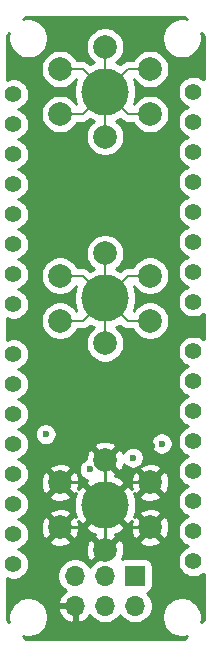
<source format=gbr>
G04 #@! TF.GenerationSoftware,KiCad,Pcbnew,5.1.5-52549c5~84~ubuntu18.04.1*
G04 #@! TF.CreationDate,2020-01-13T21:42:59-08:00*
G04 #@! TF.ProjectId,somos_wristband_1.0,736f6d6f-735f-4777-9269-737462616e64,rev?*
G04 #@! TF.SameCoordinates,Original*
G04 #@! TF.FileFunction,Copper,L4,Bot*
G04 #@! TF.FilePolarity,Positive*
%FSLAX46Y46*%
G04 Gerber Fmt 4.6, Leading zero omitted, Abs format (unit mm)*
G04 Created by KiCad (PCBNEW 5.1.5-52549c5~84~ubuntu18.04.1) date 2020-01-13 21:42:59*
%MOMM*%
%LPD*%
G04 APERTURE LIST*
%ADD10C,2.000000*%
%ADD11C,4.000000*%
%ADD12C,1.400000*%
%ADD13O,1.700000X1.700000*%
%ADD14R,1.700000X1.700000*%
%ADD15C,0.600000*%
%ADD16C,0.250000*%
%ADD17C,0.200000*%
%ADD18C,0.254000*%
G04 APERTURE END LIST*
D10*
X146190000Y-116095000D03*
X153810000Y-116095000D03*
X153810000Y-119905000D03*
X146190000Y-119905000D03*
X150000000Y-114190000D03*
X150000000Y-121810000D03*
D11*
X150000000Y-118000000D03*
D12*
X142240000Y-105220000D03*
X142240000Y-107760000D03*
X142240000Y-110300000D03*
X142240000Y-112840000D03*
X142240000Y-115380000D03*
X142240000Y-117920000D03*
X142240000Y-120460000D03*
X142240000Y-123000000D03*
D10*
X146190000Y-81095000D03*
X153810000Y-81095000D03*
X153810000Y-84905000D03*
X146190000Y-84905000D03*
X150000000Y-79190000D03*
X150000000Y-86810000D03*
D11*
X150000000Y-83000000D03*
D10*
X146190000Y-98595000D03*
X153810000Y-98595000D03*
X153810000Y-102405000D03*
X146190000Y-102405000D03*
X150000000Y-96690000D03*
X150000000Y-104310000D03*
D11*
X150000000Y-100500000D03*
D13*
X147460000Y-126540000D03*
X147460000Y-124000000D03*
X150000000Y-126540000D03*
X150000000Y-124000000D03*
X152540000Y-126540000D03*
D14*
X152540000Y-124000000D03*
D12*
X142240000Y-83220000D03*
X142240000Y-85760000D03*
X142240000Y-88300000D03*
X142240000Y-90840000D03*
X142240000Y-93380000D03*
X142240000Y-95920000D03*
X142240000Y-98460000D03*
X142240000Y-101000000D03*
X157480000Y-100780000D03*
X157480000Y-98240000D03*
X157480000Y-95700000D03*
X157480000Y-93160000D03*
X157480000Y-90620000D03*
X157480000Y-88080000D03*
X157480000Y-85540000D03*
X157480000Y-83000000D03*
X157480000Y-122780000D03*
X157480000Y-120240000D03*
X157480000Y-117700000D03*
X157480000Y-115160000D03*
X157480000Y-112620000D03*
X157480000Y-110080000D03*
X157480000Y-107540000D03*
X157480000Y-105000000D03*
D15*
X154800000Y-112800000D03*
X148698159Y-115000000D03*
X152350000Y-114000000D03*
X144970500Y-112014000D03*
X154000000Y-113000000D03*
X150000000Y-109000000D03*
X148000000Y-107000000D03*
X150000000Y-109000000D03*
X152000000Y-107000000D03*
X152000000Y-111000000D03*
X148000000Y-111000000D03*
D16*
X148095000Y-116095000D02*
X150000000Y-118000000D01*
X146190000Y-116095000D02*
X148095000Y-116095000D01*
X148095000Y-119905000D02*
X150000000Y-118000000D01*
X146190000Y-119905000D02*
X148095000Y-119905000D01*
X150000000Y-121810000D02*
X150000000Y-118000000D01*
X150000000Y-114190000D02*
X150000000Y-118000000D01*
X151905000Y-116095000D02*
X150000000Y-118000000D01*
X153810000Y-116095000D02*
X151905000Y-116095000D01*
X151905000Y-119905000D02*
X150000000Y-118000000D01*
X153810000Y-119905000D02*
X151905000Y-119905000D01*
D17*
X150000000Y-79190000D02*
X150000000Y-83000000D01*
X150000000Y-85395787D02*
X150000000Y-83000000D01*
X150000000Y-86810000D02*
X150000000Y-85395787D01*
X148095000Y-81095000D02*
X150000000Y-83000000D01*
X146190000Y-81095000D02*
X148095000Y-81095000D01*
X151905000Y-81095000D02*
X150000000Y-83000000D01*
X153810000Y-81095000D02*
X151905000Y-81095000D01*
X151905000Y-84905000D02*
X150000000Y-83000000D01*
X153810000Y-84905000D02*
X151905000Y-84905000D01*
X148095000Y-84905000D02*
X150000000Y-83000000D01*
X146190000Y-84905000D02*
X148095000Y-84905000D01*
X150000000Y-96190000D02*
X150000000Y-100000000D01*
X150000000Y-103810000D02*
X150000000Y-100000000D01*
X148095000Y-98595000D02*
X150000000Y-100500000D01*
X146190000Y-98595000D02*
X148095000Y-98595000D01*
X151905000Y-98595000D02*
X150000000Y-100500000D01*
X153810000Y-98595000D02*
X151905000Y-98595000D01*
X151905000Y-102405000D02*
X150000000Y-100500000D01*
X153810000Y-102405000D02*
X151905000Y-102405000D01*
X148095000Y-102405000D02*
X150000000Y-100500000D01*
X146190000Y-102405000D02*
X148095000Y-102405000D01*
D18*
G36*
X156935170Y-76868550D02*
G01*
X156665958Y-76815000D01*
X156334042Y-76815000D01*
X156008504Y-76879754D01*
X155701853Y-77006772D01*
X155425875Y-77191175D01*
X155191175Y-77425875D01*
X155006772Y-77701853D01*
X154879754Y-78008504D01*
X154815000Y-78334042D01*
X154815000Y-78665958D01*
X154879754Y-78991496D01*
X155006772Y-79298147D01*
X155191175Y-79574125D01*
X155425875Y-79808825D01*
X155701853Y-79993228D01*
X156008504Y-80120246D01*
X156334042Y-80185000D01*
X156665958Y-80185000D01*
X156991496Y-80120246D01*
X157298147Y-79993228D01*
X157574125Y-79808825D01*
X157808825Y-79574125D01*
X157993228Y-79298147D01*
X158120246Y-78991496D01*
X158185000Y-78665958D01*
X158185000Y-78334042D01*
X158131450Y-78064831D01*
X158340001Y-78273382D01*
X158340001Y-81972026D01*
X158331013Y-81963038D01*
X158112359Y-81816939D01*
X157869405Y-81716304D01*
X157611486Y-81665000D01*
X157348514Y-81665000D01*
X157090595Y-81716304D01*
X156847641Y-81816939D01*
X156628987Y-81963038D01*
X156443038Y-82148987D01*
X156296939Y-82367641D01*
X156196304Y-82610595D01*
X156145000Y-82868514D01*
X156145000Y-83131486D01*
X156196304Y-83389405D01*
X156296939Y-83632359D01*
X156443038Y-83851013D01*
X156628987Y-84036962D01*
X156847641Y-84183061D01*
X157057530Y-84270000D01*
X156847641Y-84356939D01*
X156628987Y-84503038D01*
X156443038Y-84688987D01*
X156296939Y-84907641D01*
X156196304Y-85150595D01*
X156145000Y-85408514D01*
X156145000Y-85671486D01*
X156196304Y-85929405D01*
X156296939Y-86172359D01*
X156443038Y-86391013D01*
X156628987Y-86576962D01*
X156847641Y-86723061D01*
X157057530Y-86810000D01*
X156847641Y-86896939D01*
X156628987Y-87043038D01*
X156443038Y-87228987D01*
X156296939Y-87447641D01*
X156196304Y-87690595D01*
X156145000Y-87948514D01*
X156145000Y-88211486D01*
X156196304Y-88469405D01*
X156296939Y-88712359D01*
X156443038Y-88931013D01*
X156628987Y-89116962D01*
X156847641Y-89263061D01*
X157057530Y-89350000D01*
X156847641Y-89436939D01*
X156628987Y-89583038D01*
X156443038Y-89768987D01*
X156296939Y-89987641D01*
X156196304Y-90230595D01*
X156145000Y-90488514D01*
X156145000Y-90751486D01*
X156196304Y-91009405D01*
X156296939Y-91252359D01*
X156443038Y-91471013D01*
X156628987Y-91656962D01*
X156847641Y-91803061D01*
X157057530Y-91890000D01*
X156847641Y-91976939D01*
X156628987Y-92123038D01*
X156443038Y-92308987D01*
X156296939Y-92527641D01*
X156196304Y-92770595D01*
X156145000Y-93028514D01*
X156145000Y-93291486D01*
X156196304Y-93549405D01*
X156296939Y-93792359D01*
X156443038Y-94011013D01*
X156628987Y-94196962D01*
X156847641Y-94343061D01*
X157057530Y-94430000D01*
X156847641Y-94516939D01*
X156628987Y-94663038D01*
X156443038Y-94848987D01*
X156296939Y-95067641D01*
X156196304Y-95310595D01*
X156145000Y-95568514D01*
X156145000Y-95831486D01*
X156196304Y-96089405D01*
X156296939Y-96332359D01*
X156443038Y-96551013D01*
X156628987Y-96736962D01*
X156847641Y-96883061D01*
X157057530Y-96970000D01*
X156847641Y-97056939D01*
X156628987Y-97203038D01*
X156443038Y-97388987D01*
X156296939Y-97607641D01*
X156196304Y-97850595D01*
X156145000Y-98108514D01*
X156145000Y-98371486D01*
X156196304Y-98629405D01*
X156296939Y-98872359D01*
X156443038Y-99091013D01*
X156628987Y-99276962D01*
X156847641Y-99423061D01*
X157057530Y-99510000D01*
X156847641Y-99596939D01*
X156628987Y-99743038D01*
X156443038Y-99928987D01*
X156296939Y-100147641D01*
X156196304Y-100390595D01*
X156145000Y-100648514D01*
X156145000Y-100911486D01*
X156196304Y-101169405D01*
X156296939Y-101412359D01*
X156443038Y-101631013D01*
X156628987Y-101816962D01*
X156847641Y-101963061D01*
X157090595Y-102063696D01*
X157348514Y-102115000D01*
X157611486Y-102115000D01*
X157869405Y-102063696D01*
X158112359Y-101963061D01*
X158331013Y-101816962D01*
X158340001Y-101807974D01*
X158340000Y-103972025D01*
X158331013Y-103963038D01*
X158112359Y-103816939D01*
X157869405Y-103716304D01*
X157611486Y-103665000D01*
X157348514Y-103665000D01*
X157090595Y-103716304D01*
X156847641Y-103816939D01*
X156628987Y-103963038D01*
X156443038Y-104148987D01*
X156296939Y-104367641D01*
X156196304Y-104610595D01*
X156145000Y-104868514D01*
X156145000Y-105131486D01*
X156196304Y-105389405D01*
X156296939Y-105632359D01*
X156443038Y-105851013D01*
X156628987Y-106036962D01*
X156847641Y-106183061D01*
X157057530Y-106270000D01*
X156847641Y-106356939D01*
X156628987Y-106503038D01*
X156443038Y-106688987D01*
X156296939Y-106907641D01*
X156196304Y-107150595D01*
X156145000Y-107408514D01*
X156145000Y-107671486D01*
X156196304Y-107929405D01*
X156296939Y-108172359D01*
X156443038Y-108391013D01*
X156628987Y-108576962D01*
X156847641Y-108723061D01*
X157057530Y-108810000D01*
X156847641Y-108896939D01*
X156628987Y-109043038D01*
X156443038Y-109228987D01*
X156296939Y-109447641D01*
X156196304Y-109690595D01*
X156145000Y-109948514D01*
X156145000Y-110211486D01*
X156196304Y-110469405D01*
X156296939Y-110712359D01*
X156443038Y-110931013D01*
X156628987Y-111116962D01*
X156847641Y-111263061D01*
X157057530Y-111350000D01*
X156847641Y-111436939D01*
X156628987Y-111583038D01*
X156443038Y-111768987D01*
X156296939Y-111987641D01*
X156196304Y-112230595D01*
X156145000Y-112488514D01*
X156145000Y-112751486D01*
X156196304Y-113009405D01*
X156296939Y-113252359D01*
X156443038Y-113471013D01*
X156628987Y-113656962D01*
X156847641Y-113803061D01*
X157057530Y-113890000D01*
X156847641Y-113976939D01*
X156628987Y-114123038D01*
X156443038Y-114308987D01*
X156296939Y-114527641D01*
X156196304Y-114770595D01*
X156145000Y-115028514D01*
X156145000Y-115291486D01*
X156196304Y-115549405D01*
X156296939Y-115792359D01*
X156443038Y-116011013D01*
X156628987Y-116196962D01*
X156847641Y-116343061D01*
X157057530Y-116430000D01*
X156847641Y-116516939D01*
X156628987Y-116663038D01*
X156443038Y-116848987D01*
X156296939Y-117067641D01*
X156196304Y-117310595D01*
X156145000Y-117568514D01*
X156145000Y-117831486D01*
X156196304Y-118089405D01*
X156296939Y-118332359D01*
X156443038Y-118551013D01*
X156628987Y-118736962D01*
X156847641Y-118883061D01*
X157057530Y-118970000D01*
X156847641Y-119056939D01*
X156628987Y-119203038D01*
X156443038Y-119388987D01*
X156296939Y-119607641D01*
X156196304Y-119850595D01*
X156145000Y-120108514D01*
X156145000Y-120371486D01*
X156196304Y-120629405D01*
X156296939Y-120872359D01*
X156443038Y-121091013D01*
X156628987Y-121276962D01*
X156847641Y-121423061D01*
X157057530Y-121510000D01*
X156847641Y-121596939D01*
X156628987Y-121743038D01*
X156443038Y-121928987D01*
X156296939Y-122147641D01*
X156196304Y-122390595D01*
X156145000Y-122648514D01*
X156145000Y-122911486D01*
X156196304Y-123169405D01*
X156296939Y-123412359D01*
X156443038Y-123631013D01*
X156628987Y-123816962D01*
X156847641Y-123963061D01*
X157090595Y-124063696D01*
X157348514Y-124115000D01*
X157611486Y-124115000D01*
X157869405Y-124063696D01*
X158112359Y-123963061D01*
X158331013Y-123816962D01*
X158340000Y-123807975D01*
X158340000Y-127726619D01*
X158131450Y-127935169D01*
X158185000Y-127665958D01*
X158185000Y-127334042D01*
X158120246Y-127008504D01*
X157993228Y-126701853D01*
X157808825Y-126425875D01*
X157574125Y-126191175D01*
X157298147Y-126006772D01*
X156991496Y-125879754D01*
X156665958Y-125815000D01*
X156334042Y-125815000D01*
X156008504Y-125879754D01*
X155701853Y-126006772D01*
X155425875Y-126191175D01*
X155191175Y-126425875D01*
X155006772Y-126701853D01*
X154879754Y-127008504D01*
X154815000Y-127334042D01*
X154815000Y-127665958D01*
X154879754Y-127991496D01*
X155006772Y-128298147D01*
X155191175Y-128574125D01*
X155425875Y-128808825D01*
X155701853Y-128993228D01*
X156008504Y-129120246D01*
X156334042Y-129185000D01*
X156665958Y-129185000D01*
X156935170Y-129131450D01*
X156726620Y-129340000D01*
X143273381Y-129340000D01*
X143064831Y-129131450D01*
X143334042Y-129185000D01*
X143665958Y-129185000D01*
X143991496Y-129120246D01*
X144298147Y-128993228D01*
X144574125Y-128808825D01*
X144808825Y-128574125D01*
X144993228Y-128298147D01*
X145120246Y-127991496D01*
X145185000Y-127665958D01*
X145185000Y-127334042D01*
X145120246Y-127008504D01*
X145074015Y-126896891D01*
X146018519Y-126896891D01*
X146115843Y-127171252D01*
X146264822Y-127421355D01*
X146459731Y-127637588D01*
X146693080Y-127811641D01*
X146955901Y-127936825D01*
X147103110Y-127981476D01*
X147333000Y-127860155D01*
X147333000Y-126667000D01*
X146139186Y-126667000D01*
X146018519Y-126896891D01*
X145074015Y-126896891D01*
X144993228Y-126701853D01*
X144808825Y-126425875D01*
X144574125Y-126191175D01*
X144298147Y-126006772D01*
X143991496Y-125879754D01*
X143665958Y-125815000D01*
X143334042Y-125815000D01*
X143008504Y-125879754D01*
X142701853Y-126006772D01*
X142425875Y-126191175D01*
X142191175Y-126425875D01*
X142006772Y-126701853D01*
X141879754Y-127008504D01*
X141815000Y-127334042D01*
X141815000Y-127665958D01*
X141868550Y-127935170D01*
X141660000Y-127726620D01*
X141660000Y-124204749D01*
X141850595Y-124283696D01*
X142108514Y-124335000D01*
X142371486Y-124335000D01*
X142629405Y-124283696D01*
X142872359Y-124183061D01*
X143091013Y-124036962D01*
X143274235Y-123853740D01*
X145975000Y-123853740D01*
X145975000Y-124146260D01*
X146032068Y-124433158D01*
X146144010Y-124703411D01*
X146306525Y-124946632D01*
X146513368Y-125153475D01*
X146689406Y-125271100D01*
X146459731Y-125442412D01*
X146264822Y-125658645D01*
X146115843Y-125908748D01*
X146018519Y-126183109D01*
X146139186Y-126413000D01*
X147333000Y-126413000D01*
X147333000Y-126393000D01*
X147587000Y-126393000D01*
X147587000Y-126413000D01*
X147607000Y-126413000D01*
X147607000Y-126667000D01*
X147587000Y-126667000D01*
X147587000Y-127860155D01*
X147816890Y-127981476D01*
X147964099Y-127936825D01*
X148226920Y-127811641D01*
X148460269Y-127637588D01*
X148655178Y-127421355D01*
X148724805Y-127304466D01*
X148846525Y-127486632D01*
X149053368Y-127693475D01*
X149296589Y-127855990D01*
X149566842Y-127967932D01*
X149853740Y-128025000D01*
X150146260Y-128025000D01*
X150433158Y-127967932D01*
X150703411Y-127855990D01*
X150946632Y-127693475D01*
X151153475Y-127486632D01*
X151270000Y-127312240D01*
X151386525Y-127486632D01*
X151593368Y-127693475D01*
X151836589Y-127855990D01*
X152106842Y-127967932D01*
X152393740Y-128025000D01*
X152686260Y-128025000D01*
X152973158Y-127967932D01*
X153243411Y-127855990D01*
X153486632Y-127693475D01*
X153693475Y-127486632D01*
X153855990Y-127243411D01*
X153967932Y-126973158D01*
X154025000Y-126686260D01*
X154025000Y-126393740D01*
X153967932Y-126106842D01*
X153855990Y-125836589D01*
X153693475Y-125593368D01*
X153561620Y-125461513D01*
X153634180Y-125439502D01*
X153744494Y-125380537D01*
X153841185Y-125301185D01*
X153920537Y-125204494D01*
X153979502Y-125094180D01*
X154015812Y-124974482D01*
X154028072Y-124850000D01*
X154028072Y-123150000D01*
X154015812Y-123025518D01*
X153979502Y-122905820D01*
X153920537Y-122795506D01*
X153841185Y-122698815D01*
X153744494Y-122619463D01*
X153634180Y-122560498D01*
X153514482Y-122524188D01*
X153390000Y-122511928D01*
X151690000Y-122511928D01*
X151565518Y-122524188D01*
X151454366Y-122557905D01*
X151540704Y-122380429D01*
X151622384Y-122068892D01*
X151641718Y-121747405D01*
X151597961Y-121428325D01*
X151492795Y-121123912D01*
X151448165Y-121040413D01*
X152854192Y-121040413D01*
X152949956Y-121304814D01*
X153239571Y-121445704D01*
X153551108Y-121527384D01*
X153872595Y-121546718D01*
X154191675Y-121502961D01*
X154496088Y-121397795D01*
X154670044Y-121304814D01*
X154765808Y-121040413D01*
X153810000Y-120084605D01*
X152854192Y-121040413D01*
X151448165Y-121040413D01*
X151399814Y-120949956D01*
X151135413Y-120854192D01*
X150179605Y-121810000D01*
X150193748Y-121824143D01*
X150014143Y-122003748D01*
X150000000Y-121989605D01*
X149311963Y-122677642D01*
X149296589Y-122684010D01*
X149053368Y-122846525D01*
X148846525Y-123053368D01*
X148730000Y-123227760D01*
X148613475Y-123053368D01*
X148406632Y-122846525D01*
X148163411Y-122684010D01*
X147893158Y-122572068D01*
X147606260Y-122515000D01*
X147313740Y-122515000D01*
X147026842Y-122572068D01*
X146756589Y-122684010D01*
X146513368Y-122846525D01*
X146306525Y-123053368D01*
X146144010Y-123296589D01*
X146032068Y-123566842D01*
X145975000Y-123853740D01*
X143274235Y-123853740D01*
X143276962Y-123851013D01*
X143423061Y-123632359D01*
X143523696Y-123389405D01*
X143575000Y-123131486D01*
X143575000Y-122868514D01*
X143523696Y-122610595D01*
X143423061Y-122367641D01*
X143276962Y-122148987D01*
X143091013Y-121963038D01*
X142955655Y-121872595D01*
X148358282Y-121872595D01*
X148402039Y-122191675D01*
X148507205Y-122496088D01*
X148600186Y-122670044D01*
X148864587Y-122765808D01*
X149820395Y-121810000D01*
X148864587Y-120854192D01*
X148600186Y-120949956D01*
X148459296Y-121239571D01*
X148377616Y-121551108D01*
X148358282Y-121872595D01*
X142955655Y-121872595D01*
X142872359Y-121816939D01*
X142662470Y-121730000D01*
X142872359Y-121643061D01*
X143091013Y-121496962D01*
X143276962Y-121311013D01*
X143423061Y-121092359D01*
X143444577Y-121040413D01*
X145234192Y-121040413D01*
X145329956Y-121304814D01*
X145619571Y-121445704D01*
X145931108Y-121527384D01*
X146252595Y-121546718D01*
X146571675Y-121502961D01*
X146876088Y-121397795D01*
X147050044Y-121304814D01*
X147145808Y-121040413D01*
X146190000Y-120084605D01*
X145234192Y-121040413D01*
X143444577Y-121040413D01*
X143523696Y-120849405D01*
X143575000Y-120591486D01*
X143575000Y-120328514D01*
X143523696Y-120070595D01*
X143481032Y-119967595D01*
X144548282Y-119967595D01*
X144592039Y-120286675D01*
X144697205Y-120591088D01*
X144790186Y-120765044D01*
X145054587Y-120860808D01*
X146010395Y-119905000D01*
X145054587Y-118949192D01*
X144790186Y-119044956D01*
X144649296Y-119334571D01*
X144567616Y-119646108D01*
X144548282Y-119967595D01*
X143481032Y-119967595D01*
X143423061Y-119827641D01*
X143276962Y-119608987D01*
X143091013Y-119423038D01*
X142872359Y-119276939D01*
X142662470Y-119190000D01*
X142872359Y-119103061D01*
X143091013Y-118956962D01*
X143276962Y-118771013D01*
X143277914Y-118769587D01*
X145234192Y-118769587D01*
X146190000Y-119725395D01*
X147145808Y-118769587D01*
X147050044Y-118505186D01*
X146760429Y-118364296D01*
X146448892Y-118282616D01*
X146127405Y-118263282D01*
X145808325Y-118307039D01*
X145503912Y-118412205D01*
X145329956Y-118505186D01*
X145234192Y-118769587D01*
X143277914Y-118769587D01*
X143423061Y-118552359D01*
X143523696Y-118309405D01*
X143575000Y-118051486D01*
X143575000Y-117788514D01*
X143523696Y-117530595D01*
X143423061Y-117287641D01*
X143384823Y-117230413D01*
X145234192Y-117230413D01*
X145329956Y-117494814D01*
X145619571Y-117635704D01*
X145931108Y-117717384D01*
X146252595Y-117736718D01*
X146571675Y-117692961D01*
X146876088Y-117587795D01*
X147050044Y-117494814D01*
X147145808Y-117230413D01*
X146190000Y-116274605D01*
X145234192Y-117230413D01*
X143384823Y-117230413D01*
X143276962Y-117068987D01*
X143091013Y-116883038D01*
X142872359Y-116736939D01*
X142662470Y-116650000D01*
X142872359Y-116563061D01*
X143091013Y-116416962D01*
X143276962Y-116231013D01*
X143326018Y-116157595D01*
X144548282Y-116157595D01*
X144592039Y-116476675D01*
X144697205Y-116781088D01*
X144790186Y-116955044D01*
X145054587Y-117050808D01*
X146010395Y-116095000D01*
X146369605Y-116095000D01*
X147325413Y-117050808D01*
X147568860Y-116962633D01*
X147545062Y-117008105D01*
X147398725Y-117506098D01*
X147352352Y-118023071D01*
X147407727Y-118539159D01*
X147562721Y-119034526D01*
X147563130Y-119035291D01*
X147325413Y-118949192D01*
X146369605Y-119905000D01*
X147325413Y-120860808D01*
X147589814Y-120765044D01*
X147730704Y-120475429D01*
X147812384Y-120163892D01*
X147831411Y-119847499D01*
X148332106Y-119847499D01*
X148548228Y-120214258D01*
X149008105Y-120454938D01*
X149112623Y-120485651D01*
X149044192Y-120674587D01*
X150000000Y-121630395D01*
X150955808Y-120674587D01*
X150886619Y-120483557D01*
X151034526Y-120437279D01*
X151451772Y-120214258D01*
X151667894Y-119847499D01*
X150000000Y-118179605D01*
X148332106Y-119847499D01*
X147831411Y-119847499D01*
X147831718Y-119842405D01*
X147787961Y-119523325D01*
X147722121Y-119332744D01*
X147785742Y-119451772D01*
X148152501Y-119667894D01*
X149820395Y-118000000D01*
X150179605Y-118000000D01*
X151847499Y-119667894D01*
X152214258Y-119451772D01*
X152262972Y-119358693D01*
X152187616Y-119646108D01*
X152168282Y-119967595D01*
X152212039Y-120286675D01*
X152317205Y-120591088D01*
X152410186Y-120765044D01*
X152674587Y-120860808D01*
X153630395Y-119905000D01*
X153989605Y-119905000D01*
X154945413Y-120860808D01*
X155209814Y-120765044D01*
X155350704Y-120475429D01*
X155432384Y-120163892D01*
X155451718Y-119842405D01*
X155407961Y-119523325D01*
X155302795Y-119218912D01*
X155209814Y-119044956D01*
X154945413Y-118949192D01*
X153989605Y-119905000D01*
X153630395Y-119905000D01*
X152674587Y-118949192D01*
X152431140Y-119037367D01*
X152454938Y-118991895D01*
X152520263Y-118769587D01*
X152854192Y-118769587D01*
X153810000Y-119725395D01*
X154765808Y-118769587D01*
X154670044Y-118505186D01*
X154380429Y-118364296D01*
X154068892Y-118282616D01*
X153747405Y-118263282D01*
X153428325Y-118307039D01*
X153123912Y-118412205D01*
X152949956Y-118505186D01*
X152854192Y-118769587D01*
X152520263Y-118769587D01*
X152601275Y-118493902D01*
X152647648Y-117976929D01*
X152592273Y-117460841D01*
X152520176Y-117230413D01*
X152854192Y-117230413D01*
X152949956Y-117494814D01*
X153239571Y-117635704D01*
X153551108Y-117717384D01*
X153872595Y-117736718D01*
X154191675Y-117692961D01*
X154496088Y-117587795D01*
X154670044Y-117494814D01*
X154765808Y-117230413D01*
X153810000Y-116274605D01*
X152854192Y-117230413D01*
X152520176Y-117230413D01*
X152437279Y-116965474D01*
X152436870Y-116964709D01*
X152674587Y-117050808D01*
X153630395Y-116095000D01*
X153989605Y-116095000D01*
X154945413Y-117050808D01*
X155209814Y-116955044D01*
X155350704Y-116665429D01*
X155432384Y-116353892D01*
X155451718Y-116032405D01*
X155407961Y-115713325D01*
X155302795Y-115408912D01*
X155209814Y-115234956D01*
X154945413Y-115139192D01*
X153989605Y-116095000D01*
X153630395Y-116095000D01*
X152674587Y-115139192D01*
X152410186Y-115234956D01*
X152269296Y-115524571D01*
X152187616Y-115836108D01*
X152168282Y-116157595D01*
X152212039Y-116476675D01*
X152277879Y-116667256D01*
X152214258Y-116548228D01*
X151847499Y-116332106D01*
X150179605Y-118000000D01*
X149820395Y-118000000D01*
X148152501Y-116332106D01*
X147785742Y-116548228D01*
X147737028Y-116641307D01*
X147812384Y-116353892D01*
X147831718Y-116032405D01*
X147787961Y-115713325D01*
X147682795Y-115408912D01*
X147589814Y-115234956D01*
X147325413Y-115139192D01*
X146369605Y-116095000D01*
X146010395Y-116095000D01*
X145054587Y-115139192D01*
X144790186Y-115234956D01*
X144649296Y-115524571D01*
X144567616Y-115836108D01*
X144548282Y-116157595D01*
X143326018Y-116157595D01*
X143423061Y-116012359D01*
X143523696Y-115769405D01*
X143575000Y-115511486D01*
X143575000Y-115248514D01*
X143523696Y-114990595D01*
X143510853Y-114959587D01*
X145234192Y-114959587D01*
X146190000Y-115915395D01*
X147145808Y-114959587D01*
X147127092Y-114907911D01*
X147763159Y-114907911D01*
X147763159Y-115092089D01*
X147799091Y-115272729D01*
X147869573Y-115442889D01*
X147971897Y-115596028D01*
X148102131Y-115726262D01*
X148255270Y-115828586D01*
X148425430Y-115899068D01*
X148475571Y-115909042D01*
X148332106Y-116152501D01*
X150000000Y-117820395D01*
X151667894Y-116152501D01*
X151451772Y-115785742D01*
X150991895Y-115545062D01*
X150887377Y-115514349D01*
X150955808Y-115325413D01*
X150000000Y-114369605D01*
X149985858Y-114383748D01*
X149806253Y-114204143D01*
X149820395Y-114190000D01*
X150179605Y-114190000D01*
X151135413Y-115145808D01*
X151399814Y-115050044D01*
X151540704Y-114760429D01*
X151595060Y-114553108D01*
X151623738Y-114596028D01*
X151753972Y-114726262D01*
X151907111Y-114828586D01*
X152077271Y-114899068D01*
X152257911Y-114935000D01*
X152442089Y-114935000D01*
X152622729Y-114899068D01*
X152792889Y-114828586D01*
X152936361Y-114732721D01*
X152854192Y-114959587D01*
X153810000Y-115915395D01*
X154765808Y-114959587D01*
X154670044Y-114695186D01*
X154380429Y-114554296D01*
X154068892Y-114472616D01*
X153747405Y-114453282D01*
X153428325Y-114497039D01*
X153123912Y-114602205D01*
X153008277Y-114664013D01*
X153076262Y-114596028D01*
X153178586Y-114442889D01*
X153249068Y-114272729D01*
X153285000Y-114092089D01*
X153285000Y-113907911D01*
X153249068Y-113727271D01*
X153178586Y-113557111D01*
X153076262Y-113403972D01*
X152946028Y-113273738D01*
X152792889Y-113171414D01*
X152622729Y-113100932D01*
X152442089Y-113065000D01*
X152257911Y-113065000D01*
X152077271Y-113100932D01*
X151907111Y-113171414D01*
X151753972Y-113273738D01*
X151623738Y-113403972D01*
X151521414Y-113557111D01*
X151515831Y-113570591D01*
X151492795Y-113503912D01*
X151399814Y-113329956D01*
X151135413Y-113234192D01*
X150179605Y-114190000D01*
X149820395Y-114190000D01*
X148864587Y-113234192D01*
X148600186Y-113329956D01*
X148459296Y-113619571D01*
X148377616Y-113931108D01*
X148365921Y-114125581D01*
X148255270Y-114171414D01*
X148102131Y-114273738D01*
X147971897Y-114403972D01*
X147869573Y-114557111D01*
X147799091Y-114727271D01*
X147763159Y-114907911D01*
X147127092Y-114907911D01*
X147050044Y-114695186D01*
X146760429Y-114554296D01*
X146448892Y-114472616D01*
X146127405Y-114453282D01*
X145808325Y-114497039D01*
X145503912Y-114602205D01*
X145329956Y-114695186D01*
X145234192Y-114959587D01*
X143510853Y-114959587D01*
X143423061Y-114747641D01*
X143276962Y-114528987D01*
X143091013Y-114343038D01*
X142872359Y-114196939D01*
X142662470Y-114110000D01*
X142872359Y-114023061D01*
X143091013Y-113876962D01*
X143276962Y-113691013D01*
X143423061Y-113472359D01*
X143523696Y-113229405D01*
X143558469Y-113054587D01*
X149044192Y-113054587D01*
X150000000Y-114010395D01*
X150955808Y-113054587D01*
X150860044Y-112790186D01*
X150690919Y-112707911D01*
X153865000Y-112707911D01*
X153865000Y-112892089D01*
X153900932Y-113072729D01*
X153971414Y-113242889D01*
X154073738Y-113396028D01*
X154203972Y-113526262D01*
X154357111Y-113628586D01*
X154527271Y-113699068D01*
X154707911Y-113735000D01*
X154892089Y-113735000D01*
X155072729Y-113699068D01*
X155242889Y-113628586D01*
X155396028Y-113526262D01*
X155526262Y-113396028D01*
X155628586Y-113242889D01*
X155699068Y-113072729D01*
X155735000Y-112892089D01*
X155735000Y-112707911D01*
X155699068Y-112527271D01*
X155628586Y-112357111D01*
X155526262Y-112203972D01*
X155396028Y-112073738D01*
X155242889Y-111971414D01*
X155072729Y-111900932D01*
X154892089Y-111865000D01*
X154707911Y-111865000D01*
X154527271Y-111900932D01*
X154357111Y-111971414D01*
X154203972Y-112073738D01*
X154073738Y-112203972D01*
X153971414Y-112357111D01*
X153900932Y-112527271D01*
X153865000Y-112707911D01*
X150690919Y-112707911D01*
X150570429Y-112649296D01*
X150258892Y-112567616D01*
X149937405Y-112548282D01*
X149618325Y-112592039D01*
X149313912Y-112697205D01*
X149139956Y-112790186D01*
X149044192Y-113054587D01*
X143558469Y-113054587D01*
X143575000Y-112971486D01*
X143575000Y-112708514D01*
X143523696Y-112450595D01*
X143423061Y-112207641D01*
X143276962Y-111988987D01*
X143209886Y-111921911D01*
X144035500Y-111921911D01*
X144035500Y-112106089D01*
X144071432Y-112286729D01*
X144141914Y-112456889D01*
X144244238Y-112610028D01*
X144374472Y-112740262D01*
X144527611Y-112842586D01*
X144697771Y-112913068D01*
X144878411Y-112949000D01*
X145062589Y-112949000D01*
X145243229Y-112913068D01*
X145413389Y-112842586D01*
X145566528Y-112740262D01*
X145696762Y-112610028D01*
X145799086Y-112456889D01*
X145869568Y-112286729D01*
X145905500Y-112106089D01*
X145905500Y-111921911D01*
X145869568Y-111741271D01*
X145799086Y-111571111D01*
X145696762Y-111417972D01*
X145566528Y-111287738D01*
X145413389Y-111185414D01*
X145243229Y-111114932D01*
X145062589Y-111079000D01*
X144878411Y-111079000D01*
X144697771Y-111114932D01*
X144527611Y-111185414D01*
X144374472Y-111287738D01*
X144244238Y-111417972D01*
X144141914Y-111571111D01*
X144071432Y-111741271D01*
X144035500Y-111921911D01*
X143209886Y-111921911D01*
X143091013Y-111803038D01*
X142872359Y-111656939D01*
X142662470Y-111570000D01*
X142872359Y-111483061D01*
X143091013Y-111336962D01*
X143276962Y-111151013D01*
X143423061Y-110932359D01*
X143523696Y-110689405D01*
X143575000Y-110431486D01*
X143575000Y-110168514D01*
X143523696Y-109910595D01*
X143423061Y-109667641D01*
X143276962Y-109448987D01*
X143091013Y-109263038D01*
X142872359Y-109116939D01*
X142662470Y-109030000D01*
X142872359Y-108943061D01*
X143091013Y-108796962D01*
X143276962Y-108611013D01*
X143423061Y-108392359D01*
X143523696Y-108149405D01*
X143575000Y-107891486D01*
X143575000Y-107628514D01*
X143523696Y-107370595D01*
X143423061Y-107127641D01*
X143276962Y-106908987D01*
X143091013Y-106723038D01*
X142872359Y-106576939D01*
X142662470Y-106490000D01*
X142872359Y-106403061D01*
X143091013Y-106256962D01*
X143276962Y-106071013D01*
X143423061Y-105852359D01*
X143523696Y-105609405D01*
X143575000Y-105351486D01*
X143575000Y-105088514D01*
X143523696Y-104830595D01*
X143423061Y-104587641D01*
X143276962Y-104368987D01*
X143091013Y-104183038D01*
X142872359Y-104036939D01*
X142629405Y-103936304D01*
X142371486Y-103885000D01*
X142108514Y-103885000D01*
X141850595Y-103936304D01*
X141660000Y-104015251D01*
X141660000Y-102204749D01*
X141850595Y-102283696D01*
X142108514Y-102335000D01*
X142371486Y-102335000D01*
X142629405Y-102283696D01*
X142872359Y-102183061D01*
X143091013Y-102036962D01*
X143276962Y-101851013D01*
X143423061Y-101632359D01*
X143523696Y-101389405D01*
X143575000Y-101131486D01*
X143575000Y-100868514D01*
X143523696Y-100610595D01*
X143423061Y-100367641D01*
X143276962Y-100148987D01*
X143091013Y-99963038D01*
X142872359Y-99816939D01*
X142662470Y-99730000D01*
X142872359Y-99643061D01*
X143091013Y-99496962D01*
X143276962Y-99311013D01*
X143423061Y-99092359D01*
X143523696Y-98849405D01*
X143575000Y-98591486D01*
X143575000Y-98433967D01*
X144555000Y-98433967D01*
X144555000Y-98756033D01*
X144617832Y-99071912D01*
X144741082Y-99369463D01*
X144920013Y-99637252D01*
X145147748Y-99864987D01*
X145415537Y-100043918D01*
X145713088Y-100167168D01*
X146028967Y-100230000D01*
X146351033Y-100230000D01*
X146666912Y-100167168D01*
X146964463Y-100043918D01*
X147232252Y-99864987D01*
X147459987Y-99637252D01*
X147579094Y-99458996D01*
X147466261Y-99731399D01*
X147365000Y-100240475D01*
X147365000Y-100759525D01*
X147466261Y-101268601D01*
X147579094Y-101541004D01*
X147459987Y-101362748D01*
X147232252Y-101135013D01*
X146964463Y-100956082D01*
X146666912Y-100832832D01*
X146351033Y-100770000D01*
X146028967Y-100770000D01*
X145713088Y-100832832D01*
X145415537Y-100956082D01*
X145147748Y-101135013D01*
X144920013Y-101362748D01*
X144741082Y-101630537D01*
X144617832Y-101928088D01*
X144555000Y-102243967D01*
X144555000Y-102566033D01*
X144617832Y-102881912D01*
X144741082Y-103179463D01*
X144920013Y-103447252D01*
X145147748Y-103674987D01*
X145415537Y-103853918D01*
X145713088Y-103977168D01*
X146028967Y-104040000D01*
X146351033Y-104040000D01*
X146666912Y-103977168D01*
X146964463Y-103853918D01*
X147232252Y-103674987D01*
X147459987Y-103447252D01*
X147638918Y-103179463D01*
X147655264Y-103140000D01*
X148058895Y-103140000D01*
X148095000Y-103143556D01*
X148131105Y-103140000D01*
X148239085Y-103129365D01*
X148377633Y-103087337D01*
X148505320Y-103019087D01*
X148617238Y-102927238D01*
X148640258Y-102899188D01*
X148723373Y-102816073D01*
X148751859Y-102835107D01*
X149068266Y-102966167D01*
X148957748Y-103040013D01*
X148730013Y-103267748D01*
X148551082Y-103535537D01*
X148427832Y-103833088D01*
X148365000Y-104148967D01*
X148365000Y-104471033D01*
X148427832Y-104786912D01*
X148551082Y-105084463D01*
X148730013Y-105352252D01*
X148957748Y-105579987D01*
X149225537Y-105758918D01*
X149523088Y-105882168D01*
X149838967Y-105945000D01*
X150161033Y-105945000D01*
X150476912Y-105882168D01*
X150774463Y-105758918D01*
X151042252Y-105579987D01*
X151269987Y-105352252D01*
X151448918Y-105084463D01*
X151572168Y-104786912D01*
X151635000Y-104471033D01*
X151635000Y-104148967D01*
X151572168Y-103833088D01*
X151448918Y-103535537D01*
X151269987Y-103267748D01*
X151042252Y-103040013D01*
X150931734Y-102966167D01*
X151248141Y-102835107D01*
X151276627Y-102816074D01*
X151359746Y-102899193D01*
X151382762Y-102927238D01*
X151494680Y-103019087D01*
X151622367Y-103087337D01*
X151760915Y-103129365D01*
X151905000Y-103143556D01*
X151941105Y-103140000D01*
X152344736Y-103140000D01*
X152361082Y-103179463D01*
X152540013Y-103447252D01*
X152767748Y-103674987D01*
X153035537Y-103853918D01*
X153333088Y-103977168D01*
X153648967Y-104040000D01*
X153971033Y-104040000D01*
X154286912Y-103977168D01*
X154584463Y-103853918D01*
X154852252Y-103674987D01*
X155079987Y-103447252D01*
X155258918Y-103179463D01*
X155382168Y-102881912D01*
X155445000Y-102566033D01*
X155445000Y-102243967D01*
X155382168Y-101928088D01*
X155258918Y-101630537D01*
X155079987Y-101362748D01*
X154852252Y-101135013D01*
X154584463Y-100956082D01*
X154286912Y-100832832D01*
X153971033Y-100770000D01*
X153648967Y-100770000D01*
X153333088Y-100832832D01*
X153035537Y-100956082D01*
X152767748Y-101135013D01*
X152540013Y-101362748D01*
X152420906Y-101541004D01*
X152533739Y-101268601D01*
X152635000Y-100759525D01*
X152635000Y-100240475D01*
X152533739Y-99731399D01*
X152420906Y-99458996D01*
X152540013Y-99637252D01*
X152767748Y-99864987D01*
X153035537Y-100043918D01*
X153333088Y-100167168D01*
X153648967Y-100230000D01*
X153971033Y-100230000D01*
X154286912Y-100167168D01*
X154584463Y-100043918D01*
X154852252Y-99864987D01*
X155079987Y-99637252D01*
X155258918Y-99369463D01*
X155382168Y-99071912D01*
X155445000Y-98756033D01*
X155445000Y-98433967D01*
X155382168Y-98118088D01*
X155258918Y-97820537D01*
X155079987Y-97552748D01*
X154852252Y-97325013D01*
X154584463Y-97146082D01*
X154286912Y-97022832D01*
X153971033Y-96960000D01*
X153648967Y-96960000D01*
X153333088Y-97022832D01*
X153035537Y-97146082D01*
X152767748Y-97325013D01*
X152540013Y-97552748D01*
X152361082Y-97820537D01*
X152344736Y-97860000D01*
X151941105Y-97860000D01*
X151905000Y-97856444D01*
X151868895Y-97860000D01*
X151760915Y-97870635D01*
X151622367Y-97912663D01*
X151494680Y-97980913D01*
X151382762Y-98072762D01*
X151359746Y-98100807D01*
X151276627Y-98183926D01*
X151248141Y-98164893D01*
X150931734Y-98033833D01*
X151042252Y-97959987D01*
X151269987Y-97732252D01*
X151448918Y-97464463D01*
X151572168Y-97166912D01*
X151635000Y-96851033D01*
X151635000Y-96528967D01*
X151572168Y-96213088D01*
X151448918Y-95915537D01*
X151269987Y-95647748D01*
X151042252Y-95420013D01*
X150774463Y-95241082D01*
X150476912Y-95117832D01*
X150161033Y-95055000D01*
X149838967Y-95055000D01*
X149523088Y-95117832D01*
X149225537Y-95241082D01*
X148957748Y-95420013D01*
X148730013Y-95647748D01*
X148551082Y-95915537D01*
X148427832Y-96213088D01*
X148365000Y-96528967D01*
X148365000Y-96851033D01*
X148427832Y-97166912D01*
X148551082Y-97464463D01*
X148730013Y-97732252D01*
X148957748Y-97959987D01*
X149068266Y-98033833D01*
X148751859Y-98164893D01*
X148723373Y-98183927D01*
X148640258Y-98100812D01*
X148617238Y-98072762D01*
X148505320Y-97980913D01*
X148377633Y-97912663D01*
X148239085Y-97870635D01*
X148131105Y-97860000D01*
X148095000Y-97856444D01*
X148058895Y-97860000D01*
X147655264Y-97860000D01*
X147638918Y-97820537D01*
X147459987Y-97552748D01*
X147232252Y-97325013D01*
X146964463Y-97146082D01*
X146666912Y-97022832D01*
X146351033Y-96960000D01*
X146028967Y-96960000D01*
X145713088Y-97022832D01*
X145415537Y-97146082D01*
X145147748Y-97325013D01*
X144920013Y-97552748D01*
X144741082Y-97820537D01*
X144617832Y-98118088D01*
X144555000Y-98433967D01*
X143575000Y-98433967D01*
X143575000Y-98328514D01*
X143523696Y-98070595D01*
X143423061Y-97827641D01*
X143276962Y-97608987D01*
X143091013Y-97423038D01*
X142872359Y-97276939D01*
X142662470Y-97190000D01*
X142872359Y-97103061D01*
X143091013Y-96956962D01*
X143276962Y-96771013D01*
X143423061Y-96552359D01*
X143523696Y-96309405D01*
X143575000Y-96051486D01*
X143575000Y-95788514D01*
X143523696Y-95530595D01*
X143423061Y-95287641D01*
X143276962Y-95068987D01*
X143091013Y-94883038D01*
X142872359Y-94736939D01*
X142662470Y-94650000D01*
X142872359Y-94563061D01*
X143091013Y-94416962D01*
X143276962Y-94231013D01*
X143423061Y-94012359D01*
X143523696Y-93769405D01*
X143575000Y-93511486D01*
X143575000Y-93248514D01*
X143523696Y-92990595D01*
X143423061Y-92747641D01*
X143276962Y-92528987D01*
X143091013Y-92343038D01*
X142872359Y-92196939D01*
X142662470Y-92110000D01*
X142872359Y-92023061D01*
X143091013Y-91876962D01*
X143276962Y-91691013D01*
X143423061Y-91472359D01*
X143523696Y-91229405D01*
X143575000Y-90971486D01*
X143575000Y-90708514D01*
X143523696Y-90450595D01*
X143423061Y-90207641D01*
X143276962Y-89988987D01*
X143091013Y-89803038D01*
X142872359Y-89656939D01*
X142662470Y-89570000D01*
X142872359Y-89483061D01*
X143091013Y-89336962D01*
X143276962Y-89151013D01*
X143423061Y-88932359D01*
X143523696Y-88689405D01*
X143575000Y-88431486D01*
X143575000Y-88168514D01*
X143523696Y-87910595D01*
X143423061Y-87667641D01*
X143276962Y-87448987D01*
X143091013Y-87263038D01*
X142872359Y-87116939D01*
X142662470Y-87030000D01*
X142872359Y-86943061D01*
X143091013Y-86796962D01*
X143276962Y-86611013D01*
X143423061Y-86392359D01*
X143523696Y-86149405D01*
X143575000Y-85891486D01*
X143575000Y-85628514D01*
X143523696Y-85370595D01*
X143423061Y-85127641D01*
X143276962Y-84908987D01*
X143091013Y-84723038D01*
X142872359Y-84576939D01*
X142662470Y-84490000D01*
X142872359Y-84403061D01*
X143091013Y-84256962D01*
X143276962Y-84071013D01*
X143423061Y-83852359D01*
X143523696Y-83609405D01*
X143575000Y-83351486D01*
X143575000Y-83088514D01*
X143523696Y-82830595D01*
X143423061Y-82587641D01*
X143276962Y-82368987D01*
X143091013Y-82183038D01*
X142872359Y-82036939D01*
X142629405Y-81936304D01*
X142371486Y-81885000D01*
X142108514Y-81885000D01*
X141850595Y-81936304D01*
X141660000Y-82015251D01*
X141660000Y-80933967D01*
X144555000Y-80933967D01*
X144555000Y-81256033D01*
X144617832Y-81571912D01*
X144741082Y-81869463D01*
X144920013Y-82137252D01*
X145147748Y-82364987D01*
X145415537Y-82543918D01*
X145713088Y-82667168D01*
X146028967Y-82730000D01*
X146351033Y-82730000D01*
X146666912Y-82667168D01*
X146964463Y-82543918D01*
X147232252Y-82364987D01*
X147459987Y-82137252D01*
X147579094Y-81958996D01*
X147466261Y-82231399D01*
X147365000Y-82740475D01*
X147365000Y-83259525D01*
X147466261Y-83768601D01*
X147579094Y-84041004D01*
X147459987Y-83862748D01*
X147232252Y-83635013D01*
X146964463Y-83456082D01*
X146666912Y-83332832D01*
X146351033Y-83270000D01*
X146028967Y-83270000D01*
X145713088Y-83332832D01*
X145415537Y-83456082D01*
X145147748Y-83635013D01*
X144920013Y-83862748D01*
X144741082Y-84130537D01*
X144617832Y-84428088D01*
X144555000Y-84743967D01*
X144555000Y-85066033D01*
X144617832Y-85381912D01*
X144741082Y-85679463D01*
X144920013Y-85947252D01*
X145147748Y-86174987D01*
X145415537Y-86353918D01*
X145713088Y-86477168D01*
X146028967Y-86540000D01*
X146351033Y-86540000D01*
X146666912Y-86477168D01*
X146964463Y-86353918D01*
X147232252Y-86174987D01*
X147459987Y-85947252D01*
X147638918Y-85679463D01*
X147655264Y-85640000D01*
X148058895Y-85640000D01*
X148095000Y-85643556D01*
X148131105Y-85640000D01*
X148239085Y-85629365D01*
X148377633Y-85587337D01*
X148505320Y-85519087D01*
X148617238Y-85427238D01*
X148640258Y-85399188D01*
X148723373Y-85316073D01*
X148751859Y-85335107D01*
X149068266Y-85466167D01*
X148957748Y-85540013D01*
X148730013Y-85767748D01*
X148551082Y-86035537D01*
X148427832Y-86333088D01*
X148365000Y-86648967D01*
X148365000Y-86971033D01*
X148427832Y-87286912D01*
X148551082Y-87584463D01*
X148730013Y-87852252D01*
X148957748Y-88079987D01*
X149225537Y-88258918D01*
X149523088Y-88382168D01*
X149838967Y-88445000D01*
X150161033Y-88445000D01*
X150476912Y-88382168D01*
X150774463Y-88258918D01*
X151042252Y-88079987D01*
X151269987Y-87852252D01*
X151448918Y-87584463D01*
X151572168Y-87286912D01*
X151635000Y-86971033D01*
X151635000Y-86648967D01*
X151572168Y-86333088D01*
X151448918Y-86035537D01*
X151269987Y-85767748D01*
X151042252Y-85540013D01*
X150931734Y-85466167D01*
X151248141Y-85335107D01*
X151276627Y-85316074D01*
X151359746Y-85399193D01*
X151382762Y-85427238D01*
X151494680Y-85519087D01*
X151622367Y-85587337D01*
X151758110Y-85628514D01*
X151760915Y-85629365D01*
X151905000Y-85643556D01*
X151941105Y-85640000D01*
X152344736Y-85640000D01*
X152361082Y-85679463D01*
X152540013Y-85947252D01*
X152767748Y-86174987D01*
X153035537Y-86353918D01*
X153333088Y-86477168D01*
X153648967Y-86540000D01*
X153971033Y-86540000D01*
X154286912Y-86477168D01*
X154584463Y-86353918D01*
X154852252Y-86174987D01*
X155079987Y-85947252D01*
X155258918Y-85679463D01*
X155382168Y-85381912D01*
X155445000Y-85066033D01*
X155445000Y-84743967D01*
X155382168Y-84428088D01*
X155258918Y-84130537D01*
X155079987Y-83862748D01*
X154852252Y-83635013D01*
X154584463Y-83456082D01*
X154286912Y-83332832D01*
X153971033Y-83270000D01*
X153648967Y-83270000D01*
X153333088Y-83332832D01*
X153035537Y-83456082D01*
X152767748Y-83635013D01*
X152540013Y-83862748D01*
X152420906Y-84041004D01*
X152533739Y-83768601D01*
X152635000Y-83259525D01*
X152635000Y-82740475D01*
X152533739Y-82231399D01*
X152420906Y-81958996D01*
X152540013Y-82137252D01*
X152767748Y-82364987D01*
X153035537Y-82543918D01*
X153333088Y-82667168D01*
X153648967Y-82730000D01*
X153971033Y-82730000D01*
X154286912Y-82667168D01*
X154584463Y-82543918D01*
X154852252Y-82364987D01*
X155079987Y-82137252D01*
X155258918Y-81869463D01*
X155382168Y-81571912D01*
X155445000Y-81256033D01*
X155445000Y-80933967D01*
X155382168Y-80618088D01*
X155258918Y-80320537D01*
X155079987Y-80052748D01*
X154852252Y-79825013D01*
X154584463Y-79646082D01*
X154286912Y-79522832D01*
X153971033Y-79460000D01*
X153648967Y-79460000D01*
X153333088Y-79522832D01*
X153035537Y-79646082D01*
X152767748Y-79825013D01*
X152540013Y-80052748D01*
X152361082Y-80320537D01*
X152344736Y-80360000D01*
X151941105Y-80360000D01*
X151905000Y-80356444D01*
X151868895Y-80360000D01*
X151760915Y-80370635D01*
X151622367Y-80412663D01*
X151494680Y-80480913D01*
X151382762Y-80572762D01*
X151359746Y-80600807D01*
X151276627Y-80683926D01*
X151248141Y-80664893D01*
X150931734Y-80533833D01*
X151042252Y-80459987D01*
X151269987Y-80232252D01*
X151448918Y-79964463D01*
X151572168Y-79666912D01*
X151635000Y-79351033D01*
X151635000Y-79028967D01*
X151572168Y-78713088D01*
X151448918Y-78415537D01*
X151269987Y-78147748D01*
X151042252Y-77920013D01*
X150774463Y-77741082D01*
X150476912Y-77617832D01*
X150161033Y-77555000D01*
X149838967Y-77555000D01*
X149523088Y-77617832D01*
X149225537Y-77741082D01*
X148957748Y-77920013D01*
X148730013Y-78147748D01*
X148551082Y-78415537D01*
X148427832Y-78713088D01*
X148365000Y-79028967D01*
X148365000Y-79351033D01*
X148427832Y-79666912D01*
X148551082Y-79964463D01*
X148730013Y-80232252D01*
X148957748Y-80459987D01*
X149068266Y-80533833D01*
X148751859Y-80664893D01*
X148723373Y-80683927D01*
X148640258Y-80600812D01*
X148617238Y-80572762D01*
X148505320Y-80480913D01*
X148377633Y-80412663D01*
X148239085Y-80370635D01*
X148131105Y-80360000D01*
X148095000Y-80356444D01*
X148058895Y-80360000D01*
X147655264Y-80360000D01*
X147638918Y-80320537D01*
X147459987Y-80052748D01*
X147232252Y-79825013D01*
X146964463Y-79646082D01*
X146666912Y-79522832D01*
X146351033Y-79460000D01*
X146028967Y-79460000D01*
X145713088Y-79522832D01*
X145415537Y-79646082D01*
X145147748Y-79825013D01*
X144920013Y-80052748D01*
X144741082Y-80320537D01*
X144617832Y-80618088D01*
X144555000Y-80933967D01*
X141660000Y-80933967D01*
X141660000Y-78273380D01*
X141868550Y-78064830D01*
X141815000Y-78334042D01*
X141815000Y-78665958D01*
X141879754Y-78991496D01*
X142006772Y-79298147D01*
X142191175Y-79574125D01*
X142425875Y-79808825D01*
X142701853Y-79993228D01*
X143008504Y-80120246D01*
X143334042Y-80185000D01*
X143665958Y-80185000D01*
X143991496Y-80120246D01*
X144298147Y-79993228D01*
X144574125Y-79808825D01*
X144808825Y-79574125D01*
X144993228Y-79298147D01*
X145120246Y-78991496D01*
X145185000Y-78665958D01*
X145185000Y-78334042D01*
X145120246Y-78008504D01*
X144993228Y-77701853D01*
X144808825Y-77425875D01*
X144574125Y-77191175D01*
X144298147Y-77006772D01*
X143991496Y-76879754D01*
X143665958Y-76815000D01*
X143334042Y-76815000D01*
X143064831Y-76868550D01*
X143273381Y-76660000D01*
X156726620Y-76660000D01*
X156935170Y-76868550D01*
G37*
X156935170Y-76868550D02*
X156665958Y-76815000D01*
X156334042Y-76815000D01*
X156008504Y-76879754D01*
X155701853Y-77006772D01*
X155425875Y-77191175D01*
X155191175Y-77425875D01*
X155006772Y-77701853D01*
X154879754Y-78008504D01*
X154815000Y-78334042D01*
X154815000Y-78665958D01*
X154879754Y-78991496D01*
X155006772Y-79298147D01*
X155191175Y-79574125D01*
X155425875Y-79808825D01*
X155701853Y-79993228D01*
X156008504Y-80120246D01*
X156334042Y-80185000D01*
X156665958Y-80185000D01*
X156991496Y-80120246D01*
X157298147Y-79993228D01*
X157574125Y-79808825D01*
X157808825Y-79574125D01*
X157993228Y-79298147D01*
X158120246Y-78991496D01*
X158185000Y-78665958D01*
X158185000Y-78334042D01*
X158131450Y-78064831D01*
X158340001Y-78273382D01*
X158340001Y-81972026D01*
X158331013Y-81963038D01*
X158112359Y-81816939D01*
X157869405Y-81716304D01*
X157611486Y-81665000D01*
X157348514Y-81665000D01*
X157090595Y-81716304D01*
X156847641Y-81816939D01*
X156628987Y-81963038D01*
X156443038Y-82148987D01*
X156296939Y-82367641D01*
X156196304Y-82610595D01*
X156145000Y-82868514D01*
X156145000Y-83131486D01*
X156196304Y-83389405D01*
X156296939Y-83632359D01*
X156443038Y-83851013D01*
X156628987Y-84036962D01*
X156847641Y-84183061D01*
X157057530Y-84270000D01*
X156847641Y-84356939D01*
X156628987Y-84503038D01*
X156443038Y-84688987D01*
X156296939Y-84907641D01*
X156196304Y-85150595D01*
X156145000Y-85408514D01*
X156145000Y-85671486D01*
X156196304Y-85929405D01*
X156296939Y-86172359D01*
X156443038Y-86391013D01*
X156628987Y-86576962D01*
X156847641Y-86723061D01*
X157057530Y-86810000D01*
X156847641Y-86896939D01*
X156628987Y-87043038D01*
X156443038Y-87228987D01*
X156296939Y-87447641D01*
X156196304Y-87690595D01*
X156145000Y-87948514D01*
X156145000Y-88211486D01*
X156196304Y-88469405D01*
X156296939Y-88712359D01*
X156443038Y-88931013D01*
X156628987Y-89116962D01*
X156847641Y-89263061D01*
X157057530Y-89350000D01*
X156847641Y-89436939D01*
X156628987Y-89583038D01*
X156443038Y-89768987D01*
X156296939Y-89987641D01*
X156196304Y-90230595D01*
X156145000Y-90488514D01*
X156145000Y-90751486D01*
X156196304Y-91009405D01*
X156296939Y-91252359D01*
X156443038Y-91471013D01*
X156628987Y-91656962D01*
X156847641Y-91803061D01*
X157057530Y-91890000D01*
X156847641Y-91976939D01*
X156628987Y-92123038D01*
X156443038Y-92308987D01*
X156296939Y-92527641D01*
X156196304Y-92770595D01*
X156145000Y-93028514D01*
X156145000Y-93291486D01*
X156196304Y-93549405D01*
X156296939Y-93792359D01*
X156443038Y-94011013D01*
X156628987Y-94196962D01*
X156847641Y-94343061D01*
X157057530Y-94430000D01*
X156847641Y-94516939D01*
X156628987Y-94663038D01*
X156443038Y-94848987D01*
X156296939Y-95067641D01*
X156196304Y-95310595D01*
X156145000Y-95568514D01*
X156145000Y-95831486D01*
X156196304Y-96089405D01*
X156296939Y-96332359D01*
X156443038Y-96551013D01*
X156628987Y-96736962D01*
X156847641Y-96883061D01*
X157057530Y-96970000D01*
X156847641Y-97056939D01*
X156628987Y-97203038D01*
X156443038Y-97388987D01*
X156296939Y-97607641D01*
X156196304Y-97850595D01*
X156145000Y-98108514D01*
X156145000Y-98371486D01*
X156196304Y-98629405D01*
X156296939Y-98872359D01*
X156443038Y-99091013D01*
X156628987Y-99276962D01*
X156847641Y-99423061D01*
X157057530Y-99510000D01*
X156847641Y-99596939D01*
X156628987Y-99743038D01*
X156443038Y-99928987D01*
X156296939Y-100147641D01*
X156196304Y-100390595D01*
X156145000Y-100648514D01*
X156145000Y-100911486D01*
X156196304Y-101169405D01*
X156296939Y-101412359D01*
X156443038Y-101631013D01*
X156628987Y-101816962D01*
X156847641Y-101963061D01*
X157090595Y-102063696D01*
X157348514Y-102115000D01*
X157611486Y-102115000D01*
X157869405Y-102063696D01*
X158112359Y-101963061D01*
X158331013Y-101816962D01*
X158340001Y-101807974D01*
X158340000Y-103972025D01*
X158331013Y-103963038D01*
X158112359Y-103816939D01*
X157869405Y-103716304D01*
X157611486Y-103665000D01*
X157348514Y-103665000D01*
X157090595Y-103716304D01*
X156847641Y-103816939D01*
X156628987Y-103963038D01*
X156443038Y-104148987D01*
X156296939Y-104367641D01*
X156196304Y-104610595D01*
X156145000Y-104868514D01*
X156145000Y-105131486D01*
X156196304Y-105389405D01*
X156296939Y-105632359D01*
X156443038Y-105851013D01*
X156628987Y-106036962D01*
X156847641Y-106183061D01*
X157057530Y-106270000D01*
X156847641Y-106356939D01*
X156628987Y-106503038D01*
X156443038Y-106688987D01*
X156296939Y-106907641D01*
X156196304Y-107150595D01*
X156145000Y-107408514D01*
X156145000Y-107671486D01*
X156196304Y-107929405D01*
X156296939Y-108172359D01*
X156443038Y-108391013D01*
X156628987Y-108576962D01*
X156847641Y-108723061D01*
X157057530Y-108810000D01*
X156847641Y-108896939D01*
X156628987Y-109043038D01*
X156443038Y-109228987D01*
X156296939Y-109447641D01*
X156196304Y-109690595D01*
X156145000Y-109948514D01*
X156145000Y-110211486D01*
X156196304Y-110469405D01*
X156296939Y-110712359D01*
X156443038Y-110931013D01*
X156628987Y-111116962D01*
X156847641Y-111263061D01*
X157057530Y-111350000D01*
X156847641Y-111436939D01*
X156628987Y-111583038D01*
X156443038Y-111768987D01*
X156296939Y-111987641D01*
X156196304Y-112230595D01*
X156145000Y-112488514D01*
X156145000Y-112751486D01*
X156196304Y-113009405D01*
X156296939Y-113252359D01*
X156443038Y-113471013D01*
X156628987Y-113656962D01*
X156847641Y-113803061D01*
X157057530Y-113890000D01*
X156847641Y-113976939D01*
X156628987Y-114123038D01*
X156443038Y-114308987D01*
X156296939Y-114527641D01*
X156196304Y-114770595D01*
X156145000Y-115028514D01*
X156145000Y-115291486D01*
X156196304Y-115549405D01*
X156296939Y-115792359D01*
X156443038Y-116011013D01*
X156628987Y-116196962D01*
X156847641Y-116343061D01*
X157057530Y-116430000D01*
X156847641Y-116516939D01*
X156628987Y-116663038D01*
X156443038Y-116848987D01*
X156296939Y-117067641D01*
X156196304Y-117310595D01*
X156145000Y-117568514D01*
X156145000Y-117831486D01*
X156196304Y-118089405D01*
X156296939Y-118332359D01*
X156443038Y-118551013D01*
X156628987Y-118736962D01*
X156847641Y-118883061D01*
X157057530Y-118970000D01*
X156847641Y-119056939D01*
X156628987Y-119203038D01*
X156443038Y-119388987D01*
X156296939Y-119607641D01*
X156196304Y-119850595D01*
X156145000Y-120108514D01*
X156145000Y-120371486D01*
X156196304Y-120629405D01*
X156296939Y-120872359D01*
X156443038Y-121091013D01*
X156628987Y-121276962D01*
X156847641Y-121423061D01*
X157057530Y-121510000D01*
X156847641Y-121596939D01*
X156628987Y-121743038D01*
X156443038Y-121928987D01*
X156296939Y-122147641D01*
X156196304Y-122390595D01*
X156145000Y-122648514D01*
X156145000Y-122911486D01*
X156196304Y-123169405D01*
X156296939Y-123412359D01*
X156443038Y-123631013D01*
X156628987Y-123816962D01*
X156847641Y-123963061D01*
X157090595Y-124063696D01*
X157348514Y-124115000D01*
X157611486Y-124115000D01*
X157869405Y-124063696D01*
X158112359Y-123963061D01*
X158331013Y-123816962D01*
X158340000Y-123807975D01*
X158340000Y-127726619D01*
X158131450Y-127935169D01*
X158185000Y-127665958D01*
X158185000Y-127334042D01*
X158120246Y-127008504D01*
X157993228Y-126701853D01*
X157808825Y-126425875D01*
X157574125Y-126191175D01*
X157298147Y-126006772D01*
X156991496Y-125879754D01*
X156665958Y-125815000D01*
X156334042Y-125815000D01*
X156008504Y-125879754D01*
X155701853Y-126006772D01*
X155425875Y-126191175D01*
X155191175Y-126425875D01*
X155006772Y-126701853D01*
X154879754Y-127008504D01*
X154815000Y-127334042D01*
X154815000Y-127665958D01*
X154879754Y-127991496D01*
X155006772Y-128298147D01*
X155191175Y-128574125D01*
X155425875Y-128808825D01*
X155701853Y-128993228D01*
X156008504Y-129120246D01*
X156334042Y-129185000D01*
X156665958Y-129185000D01*
X156935170Y-129131450D01*
X156726620Y-129340000D01*
X143273381Y-129340000D01*
X143064831Y-129131450D01*
X143334042Y-129185000D01*
X143665958Y-129185000D01*
X143991496Y-129120246D01*
X144298147Y-128993228D01*
X144574125Y-128808825D01*
X144808825Y-128574125D01*
X144993228Y-128298147D01*
X145120246Y-127991496D01*
X145185000Y-127665958D01*
X145185000Y-127334042D01*
X145120246Y-127008504D01*
X145074015Y-126896891D01*
X146018519Y-126896891D01*
X146115843Y-127171252D01*
X146264822Y-127421355D01*
X146459731Y-127637588D01*
X146693080Y-127811641D01*
X146955901Y-127936825D01*
X147103110Y-127981476D01*
X147333000Y-127860155D01*
X147333000Y-126667000D01*
X146139186Y-126667000D01*
X146018519Y-126896891D01*
X145074015Y-126896891D01*
X144993228Y-126701853D01*
X144808825Y-126425875D01*
X144574125Y-126191175D01*
X144298147Y-126006772D01*
X143991496Y-125879754D01*
X143665958Y-125815000D01*
X143334042Y-125815000D01*
X143008504Y-125879754D01*
X142701853Y-126006772D01*
X142425875Y-126191175D01*
X142191175Y-126425875D01*
X142006772Y-126701853D01*
X141879754Y-127008504D01*
X141815000Y-127334042D01*
X141815000Y-127665958D01*
X141868550Y-127935170D01*
X141660000Y-127726620D01*
X141660000Y-124204749D01*
X141850595Y-124283696D01*
X142108514Y-124335000D01*
X142371486Y-124335000D01*
X142629405Y-124283696D01*
X142872359Y-124183061D01*
X143091013Y-124036962D01*
X143274235Y-123853740D01*
X145975000Y-123853740D01*
X145975000Y-124146260D01*
X146032068Y-124433158D01*
X146144010Y-124703411D01*
X146306525Y-124946632D01*
X146513368Y-125153475D01*
X146689406Y-125271100D01*
X146459731Y-125442412D01*
X146264822Y-125658645D01*
X146115843Y-125908748D01*
X146018519Y-126183109D01*
X146139186Y-126413000D01*
X147333000Y-126413000D01*
X147333000Y-126393000D01*
X147587000Y-126393000D01*
X147587000Y-126413000D01*
X147607000Y-126413000D01*
X147607000Y-126667000D01*
X147587000Y-126667000D01*
X147587000Y-127860155D01*
X147816890Y-127981476D01*
X147964099Y-127936825D01*
X148226920Y-127811641D01*
X148460269Y-127637588D01*
X148655178Y-127421355D01*
X148724805Y-127304466D01*
X148846525Y-127486632D01*
X149053368Y-127693475D01*
X149296589Y-127855990D01*
X149566842Y-127967932D01*
X149853740Y-128025000D01*
X150146260Y-128025000D01*
X150433158Y-127967932D01*
X150703411Y-127855990D01*
X150946632Y-127693475D01*
X151153475Y-127486632D01*
X151270000Y-127312240D01*
X151386525Y-127486632D01*
X151593368Y-127693475D01*
X151836589Y-127855990D01*
X152106842Y-127967932D01*
X152393740Y-128025000D01*
X152686260Y-128025000D01*
X152973158Y-127967932D01*
X153243411Y-127855990D01*
X153486632Y-127693475D01*
X153693475Y-127486632D01*
X153855990Y-127243411D01*
X153967932Y-126973158D01*
X154025000Y-126686260D01*
X154025000Y-126393740D01*
X153967932Y-126106842D01*
X153855990Y-125836589D01*
X153693475Y-125593368D01*
X153561620Y-125461513D01*
X153634180Y-125439502D01*
X153744494Y-125380537D01*
X153841185Y-125301185D01*
X153920537Y-125204494D01*
X153979502Y-125094180D01*
X154015812Y-124974482D01*
X154028072Y-124850000D01*
X154028072Y-123150000D01*
X154015812Y-123025518D01*
X153979502Y-122905820D01*
X153920537Y-122795506D01*
X153841185Y-122698815D01*
X153744494Y-122619463D01*
X153634180Y-122560498D01*
X153514482Y-122524188D01*
X153390000Y-122511928D01*
X151690000Y-122511928D01*
X151565518Y-122524188D01*
X151454366Y-122557905D01*
X151540704Y-122380429D01*
X151622384Y-122068892D01*
X151641718Y-121747405D01*
X151597961Y-121428325D01*
X151492795Y-121123912D01*
X151448165Y-121040413D01*
X152854192Y-121040413D01*
X152949956Y-121304814D01*
X153239571Y-121445704D01*
X153551108Y-121527384D01*
X153872595Y-121546718D01*
X154191675Y-121502961D01*
X154496088Y-121397795D01*
X154670044Y-121304814D01*
X154765808Y-121040413D01*
X153810000Y-120084605D01*
X152854192Y-121040413D01*
X151448165Y-121040413D01*
X151399814Y-120949956D01*
X151135413Y-120854192D01*
X150179605Y-121810000D01*
X150193748Y-121824143D01*
X150014143Y-122003748D01*
X150000000Y-121989605D01*
X149311963Y-122677642D01*
X149296589Y-122684010D01*
X149053368Y-122846525D01*
X148846525Y-123053368D01*
X148730000Y-123227760D01*
X148613475Y-123053368D01*
X148406632Y-122846525D01*
X148163411Y-122684010D01*
X147893158Y-122572068D01*
X147606260Y-122515000D01*
X147313740Y-122515000D01*
X147026842Y-122572068D01*
X146756589Y-122684010D01*
X146513368Y-122846525D01*
X146306525Y-123053368D01*
X146144010Y-123296589D01*
X146032068Y-123566842D01*
X145975000Y-123853740D01*
X143274235Y-123853740D01*
X143276962Y-123851013D01*
X143423061Y-123632359D01*
X143523696Y-123389405D01*
X143575000Y-123131486D01*
X143575000Y-122868514D01*
X143523696Y-122610595D01*
X143423061Y-122367641D01*
X143276962Y-122148987D01*
X143091013Y-121963038D01*
X142955655Y-121872595D01*
X148358282Y-121872595D01*
X148402039Y-122191675D01*
X148507205Y-122496088D01*
X148600186Y-122670044D01*
X148864587Y-122765808D01*
X149820395Y-121810000D01*
X148864587Y-120854192D01*
X148600186Y-120949956D01*
X148459296Y-121239571D01*
X148377616Y-121551108D01*
X148358282Y-121872595D01*
X142955655Y-121872595D01*
X142872359Y-121816939D01*
X142662470Y-121730000D01*
X142872359Y-121643061D01*
X143091013Y-121496962D01*
X143276962Y-121311013D01*
X143423061Y-121092359D01*
X143444577Y-121040413D01*
X145234192Y-121040413D01*
X145329956Y-121304814D01*
X145619571Y-121445704D01*
X145931108Y-121527384D01*
X146252595Y-121546718D01*
X146571675Y-121502961D01*
X146876088Y-121397795D01*
X147050044Y-121304814D01*
X147145808Y-121040413D01*
X146190000Y-120084605D01*
X145234192Y-121040413D01*
X143444577Y-121040413D01*
X143523696Y-120849405D01*
X143575000Y-120591486D01*
X143575000Y-120328514D01*
X143523696Y-120070595D01*
X143481032Y-119967595D01*
X144548282Y-119967595D01*
X144592039Y-120286675D01*
X144697205Y-120591088D01*
X144790186Y-120765044D01*
X145054587Y-120860808D01*
X146010395Y-119905000D01*
X145054587Y-118949192D01*
X144790186Y-119044956D01*
X144649296Y-119334571D01*
X144567616Y-119646108D01*
X144548282Y-119967595D01*
X143481032Y-119967595D01*
X143423061Y-119827641D01*
X143276962Y-119608987D01*
X143091013Y-119423038D01*
X142872359Y-119276939D01*
X142662470Y-119190000D01*
X142872359Y-119103061D01*
X143091013Y-118956962D01*
X143276962Y-118771013D01*
X143277914Y-118769587D01*
X145234192Y-118769587D01*
X146190000Y-119725395D01*
X147145808Y-118769587D01*
X147050044Y-118505186D01*
X146760429Y-118364296D01*
X146448892Y-118282616D01*
X146127405Y-118263282D01*
X145808325Y-118307039D01*
X145503912Y-118412205D01*
X145329956Y-118505186D01*
X145234192Y-118769587D01*
X143277914Y-118769587D01*
X143423061Y-118552359D01*
X143523696Y-118309405D01*
X143575000Y-118051486D01*
X143575000Y-117788514D01*
X143523696Y-117530595D01*
X143423061Y-117287641D01*
X143384823Y-117230413D01*
X145234192Y-117230413D01*
X145329956Y-117494814D01*
X145619571Y-117635704D01*
X145931108Y-117717384D01*
X146252595Y-117736718D01*
X146571675Y-117692961D01*
X146876088Y-117587795D01*
X147050044Y-117494814D01*
X147145808Y-117230413D01*
X146190000Y-116274605D01*
X145234192Y-117230413D01*
X143384823Y-117230413D01*
X143276962Y-117068987D01*
X143091013Y-116883038D01*
X142872359Y-116736939D01*
X142662470Y-116650000D01*
X142872359Y-116563061D01*
X143091013Y-116416962D01*
X143276962Y-116231013D01*
X143326018Y-116157595D01*
X144548282Y-116157595D01*
X144592039Y-116476675D01*
X144697205Y-116781088D01*
X144790186Y-116955044D01*
X145054587Y-117050808D01*
X146010395Y-116095000D01*
X146369605Y-116095000D01*
X147325413Y-117050808D01*
X147568860Y-116962633D01*
X147545062Y-117008105D01*
X147398725Y-117506098D01*
X147352352Y-118023071D01*
X147407727Y-118539159D01*
X147562721Y-119034526D01*
X147563130Y-119035291D01*
X147325413Y-118949192D01*
X146369605Y-119905000D01*
X147325413Y-120860808D01*
X147589814Y-120765044D01*
X147730704Y-120475429D01*
X147812384Y-120163892D01*
X147831411Y-119847499D01*
X148332106Y-119847499D01*
X148548228Y-120214258D01*
X149008105Y-120454938D01*
X149112623Y-120485651D01*
X149044192Y-120674587D01*
X150000000Y-121630395D01*
X150955808Y-120674587D01*
X150886619Y-120483557D01*
X151034526Y-120437279D01*
X151451772Y-120214258D01*
X151667894Y-119847499D01*
X150000000Y-118179605D01*
X148332106Y-119847499D01*
X147831411Y-119847499D01*
X147831718Y-119842405D01*
X147787961Y-119523325D01*
X147722121Y-119332744D01*
X147785742Y-119451772D01*
X148152501Y-119667894D01*
X149820395Y-118000000D01*
X150179605Y-118000000D01*
X151847499Y-119667894D01*
X152214258Y-119451772D01*
X152262972Y-119358693D01*
X152187616Y-119646108D01*
X152168282Y-119967595D01*
X152212039Y-120286675D01*
X152317205Y-120591088D01*
X152410186Y-120765044D01*
X152674587Y-120860808D01*
X153630395Y-119905000D01*
X153989605Y-119905000D01*
X154945413Y-120860808D01*
X155209814Y-120765044D01*
X155350704Y-120475429D01*
X155432384Y-120163892D01*
X155451718Y-119842405D01*
X155407961Y-119523325D01*
X155302795Y-119218912D01*
X155209814Y-119044956D01*
X154945413Y-118949192D01*
X153989605Y-119905000D01*
X153630395Y-119905000D01*
X152674587Y-118949192D01*
X152431140Y-119037367D01*
X152454938Y-118991895D01*
X152520263Y-118769587D01*
X152854192Y-118769587D01*
X153810000Y-119725395D01*
X154765808Y-118769587D01*
X154670044Y-118505186D01*
X154380429Y-118364296D01*
X154068892Y-118282616D01*
X153747405Y-118263282D01*
X153428325Y-118307039D01*
X153123912Y-118412205D01*
X152949956Y-118505186D01*
X152854192Y-118769587D01*
X152520263Y-118769587D01*
X152601275Y-118493902D01*
X152647648Y-117976929D01*
X152592273Y-117460841D01*
X152520176Y-117230413D01*
X152854192Y-117230413D01*
X152949956Y-117494814D01*
X153239571Y-117635704D01*
X153551108Y-117717384D01*
X153872595Y-117736718D01*
X154191675Y-117692961D01*
X154496088Y-117587795D01*
X154670044Y-117494814D01*
X154765808Y-117230413D01*
X153810000Y-116274605D01*
X152854192Y-117230413D01*
X152520176Y-117230413D01*
X152437279Y-116965474D01*
X152436870Y-116964709D01*
X152674587Y-117050808D01*
X153630395Y-116095000D01*
X153989605Y-116095000D01*
X154945413Y-117050808D01*
X155209814Y-116955044D01*
X155350704Y-116665429D01*
X155432384Y-116353892D01*
X155451718Y-116032405D01*
X155407961Y-115713325D01*
X155302795Y-115408912D01*
X155209814Y-115234956D01*
X154945413Y-115139192D01*
X153989605Y-116095000D01*
X153630395Y-116095000D01*
X152674587Y-115139192D01*
X152410186Y-115234956D01*
X152269296Y-115524571D01*
X152187616Y-115836108D01*
X152168282Y-116157595D01*
X152212039Y-116476675D01*
X152277879Y-116667256D01*
X152214258Y-116548228D01*
X151847499Y-116332106D01*
X150179605Y-118000000D01*
X149820395Y-118000000D01*
X148152501Y-116332106D01*
X147785742Y-116548228D01*
X147737028Y-116641307D01*
X147812384Y-116353892D01*
X147831718Y-116032405D01*
X147787961Y-115713325D01*
X147682795Y-115408912D01*
X147589814Y-115234956D01*
X147325413Y-115139192D01*
X146369605Y-116095000D01*
X146010395Y-116095000D01*
X145054587Y-115139192D01*
X144790186Y-115234956D01*
X144649296Y-115524571D01*
X144567616Y-115836108D01*
X144548282Y-116157595D01*
X143326018Y-116157595D01*
X143423061Y-116012359D01*
X143523696Y-115769405D01*
X143575000Y-115511486D01*
X143575000Y-115248514D01*
X143523696Y-114990595D01*
X143510853Y-114959587D01*
X145234192Y-114959587D01*
X146190000Y-115915395D01*
X147145808Y-114959587D01*
X147127092Y-114907911D01*
X147763159Y-114907911D01*
X147763159Y-115092089D01*
X147799091Y-115272729D01*
X147869573Y-115442889D01*
X147971897Y-115596028D01*
X148102131Y-115726262D01*
X148255270Y-115828586D01*
X148425430Y-115899068D01*
X148475571Y-115909042D01*
X148332106Y-116152501D01*
X150000000Y-117820395D01*
X151667894Y-116152501D01*
X151451772Y-115785742D01*
X150991895Y-115545062D01*
X150887377Y-115514349D01*
X150955808Y-115325413D01*
X150000000Y-114369605D01*
X149985858Y-114383748D01*
X149806253Y-114204143D01*
X149820395Y-114190000D01*
X150179605Y-114190000D01*
X151135413Y-115145808D01*
X151399814Y-115050044D01*
X151540704Y-114760429D01*
X151595060Y-114553108D01*
X151623738Y-114596028D01*
X151753972Y-114726262D01*
X151907111Y-114828586D01*
X152077271Y-114899068D01*
X152257911Y-114935000D01*
X152442089Y-114935000D01*
X152622729Y-114899068D01*
X152792889Y-114828586D01*
X152936361Y-114732721D01*
X152854192Y-114959587D01*
X153810000Y-115915395D01*
X154765808Y-114959587D01*
X154670044Y-114695186D01*
X154380429Y-114554296D01*
X154068892Y-114472616D01*
X153747405Y-114453282D01*
X153428325Y-114497039D01*
X153123912Y-114602205D01*
X153008277Y-114664013D01*
X153076262Y-114596028D01*
X153178586Y-114442889D01*
X153249068Y-114272729D01*
X153285000Y-114092089D01*
X153285000Y-113907911D01*
X153249068Y-113727271D01*
X153178586Y-113557111D01*
X153076262Y-113403972D01*
X152946028Y-113273738D01*
X152792889Y-113171414D01*
X152622729Y-113100932D01*
X152442089Y-113065000D01*
X152257911Y-113065000D01*
X152077271Y-113100932D01*
X151907111Y-113171414D01*
X151753972Y-113273738D01*
X151623738Y-113403972D01*
X151521414Y-113557111D01*
X151515831Y-113570591D01*
X151492795Y-113503912D01*
X151399814Y-113329956D01*
X151135413Y-113234192D01*
X150179605Y-114190000D01*
X149820395Y-114190000D01*
X148864587Y-113234192D01*
X148600186Y-113329956D01*
X148459296Y-113619571D01*
X148377616Y-113931108D01*
X148365921Y-114125581D01*
X148255270Y-114171414D01*
X148102131Y-114273738D01*
X147971897Y-114403972D01*
X147869573Y-114557111D01*
X147799091Y-114727271D01*
X147763159Y-114907911D01*
X147127092Y-114907911D01*
X147050044Y-114695186D01*
X146760429Y-114554296D01*
X146448892Y-114472616D01*
X146127405Y-114453282D01*
X145808325Y-114497039D01*
X145503912Y-114602205D01*
X145329956Y-114695186D01*
X145234192Y-114959587D01*
X143510853Y-114959587D01*
X143423061Y-114747641D01*
X143276962Y-114528987D01*
X143091013Y-114343038D01*
X142872359Y-114196939D01*
X142662470Y-114110000D01*
X142872359Y-114023061D01*
X143091013Y-113876962D01*
X143276962Y-113691013D01*
X143423061Y-113472359D01*
X143523696Y-113229405D01*
X143558469Y-113054587D01*
X149044192Y-113054587D01*
X150000000Y-114010395D01*
X150955808Y-113054587D01*
X150860044Y-112790186D01*
X150690919Y-112707911D01*
X153865000Y-112707911D01*
X153865000Y-112892089D01*
X153900932Y-113072729D01*
X153971414Y-113242889D01*
X154073738Y-113396028D01*
X154203972Y-113526262D01*
X154357111Y-113628586D01*
X154527271Y-113699068D01*
X154707911Y-113735000D01*
X154892089Y-113735000D01*
X155072729Y-113699068D01*
X155242889Y-113628586D01*
X155396028Y-113526262D01*
X155526262Y-113396028D01*
X155628586Y-113242889D01*
X155699068Y-113072729D01*
X155735000Y-112892089D01*
X155735000Y-112707911D01*
X155699068Y-112527271D01*
X155628586Y-112357111D01*
X155526262Y-112203972D01*
X155396028Y-112073738D01*
X155242889Y-111971414D01*
X155072729Y-111900932D01*
X154892089Y-111865000D01*
X154707911Y-111865000D01*
X154527271Y-111900932D01*
X154357111Y-111971414D01*
X154203972Y-112073738D01*
X154073738Y-112203972D01*
X153971414Y-112357111D01*
X153900932Y-112527271D01*
X153865000Y-112707911D01*
X150690919Y-112707911D01*
X150570429Y-112649296D01*
X150258892Y-112567616D01*
X149937405Y-112548282D01*
X149618325Y-112592039D01*
X149313912Y-112697205D01*
X149139956Y-112790186D01*
X149044192Y-113054587D01*
X143558469Y-113054587D01*
X143575000Y-112971486D01*
X143575000Y-112708514D01*
X143523696Y-112450595D01*
X143423061Y-112207641D01*
X143276962Y-111988987D01*
X143209886Y-111921911D01*
X144035500Y-111921911D01*
X144035500Y-112106089D01*
X144071432Y-112286729D01*
X144141914Y-112456889D01*
X144244238Y-112610028D01*
X144374472Y-112740262D01*
X144527611Y-112842586D01*
X144697771Y-112913068D01*
X144878411Y-112949000D01*
X145062589Y-112949000D01*
X145243229Y-112913068D01*
X145413389Y-112842586D01*
X145566528Y-112740262D01*
X145696762Y-112610028D01*
X145799086Y-112456889D01*
X145869568Y-112286729D01*
X145905500Y-112106089D01*
X145905500Y-111921911D01*
X145869568Y-111741271D01*
X145799086Y-111571111D01*
X145696762Y-111417972D01*
X145566528Y-111287738D01*
X145413389Y-111185414D01*
X145243229Y-111114932D01*
X145062589Y-111079000D01*
X144878411Y-111079000D01*
X144697771Y-111114932D01*
X144527611Y-111185414D01*
X144374472Y-111287738D01*
X144244238Y-111417972D01*
X144141914Y-111571111D01*
X144071432Y-111741271D01*
X144035500Y-111921911D01*
X143209886Y-111921911D01*
X143091013Y-111803038D01*
X142872359Y-111656939D01*
X142662470Y-111570000D01*
X142872359Y-111483061D01*
X143091013Y-111336962D01*
X143276962Y-111151013D01*
X143423061Y-110932359D01*
X143523696Y-110689405D01*
X143575000Y-110431486D01*
X143575000Y-110168514D01*
X143523696Y-109910595D01*
X143423061Y-109667641D01*
X143276962Y-109448987D01*
X143091013Y-109263038D01*
X142872359Y-109116939D01*
X142662470Y-109030000D01*
X142872359Y-108943061D01*
X143091013Y-108796962D01*
X143276962Y-108611013D01*
X143423061Y-108392359D01*
X143523696Y-108149405D01*
X143575000Y-107891486D01*
X143575000Y-107628514D01*
X143523696Y-107370595D01*
X143423061Y-107127641D01*
X143276962Y-106908987D01*
X143091013Y-106723038D01*
X142872359Y-106576939D01*
X142662470Y-106490000D01*
X142872359Y-106403061D01*
X143091013Y-106256962D01*
X143276962Y-106071013D01*
X143423061Y-105852359D01*
X143523696Y-105609405D01*
X143575000Y-105351486D01*
X143575000Y-105088514D01*
X143523696Y-104830595D01*
X143423061Y-104587641D01*
X143276962Y-104368987D01*
X143091013Y-104183038D01*
X142872359Y-104036939D01*
X142629405Y-103936304D01*
X142371486Y-103885000D01*
X142108514Y-103885000D01*
X141850595Y-103936304D01*
X141660000Y-104015251D01*
X141660000Y-102204749D01*
X141850595Y-102283696D01*
X142108514Y-102335000D01*
X142371486Y-102335000D01*
X142629405Y-102283696D01*
X142872359Y-102183061D01*
X143091013Y-102036962D01*
X143276962Y-101851013D01*
X143423061Y-101632359D01*
X143523696Y-101389405D01*
X143575000Y-101131486D01*
X143575000Y-100868514D01*
X143523696Y-100610595D01*
X143423061Y-100367641D01*
X143276962Y-100148987D01*
X143091013Y-99963038D01*
X142872359Y-99816939D01*
X142662470Y-99730000D01*
X142872359Y-99643061D01*
X143091013Y-99496962D01*
X143276962Y-99311013D01*
X143423061Y-99092359D01*
X143523696Y-98849405D01*
X143575000Y-98591486D01*
X143575000Y-98433967D01*
X144555000Y-98433967D01*
X144555000Y-98756033D01*
X144617832Y-99071912D01*
X144741082Y-99369463D01*
X144920013Y-99637252D01*
X145147748Y-99864987D01*
X145415537Y-100043918D01*
X145713088Y-100167168D01*
X146028967Y-100230000D01*
X146351033Y-100230000D01*
X146666912Y-100167168D01*
X146964463Y-100043918D01*
X147232252Y-99864987D01*
X147459987Y-99637252D01*
X147579094Y-99458996D01*
X147466261Y-99731399D01*
X147365000Y-100240475D01*
X147365000Y-100759525D01*
X147466261Y-101268601D01*
X147579094Y-101541004D01*
X147459987Y-101362748D01*
X147232252Y-101135013D01*
X146964463Y-100956082D01*
X146666912Y-100832832D01*
X146351033Y-100770000D01*
X146028967Y-100770000D01*
X145713088Y-100832832D01*
X145415537Y-100956082D01*
X145147748Y-101135013D01*
X144920013Y-101362748D01*
X144741082Y-101630537D01*
X144617832Y-101928088D01*
X144555000Y-102243967D01*
X144555000Y-102566033D01*
X144617832Y-102881912D01*
X144741082Y-103179463D01*
X144920013Y-103447252D01*
X145147748Y-103674987D01*
X145415537Y-103853918D01*
X145713088Y-103977168D01*
X146028967Y-104040000D01*
X146351033Y-104040000D01*
X146666912Y-103977168D01*
X146964463Y-103853918D01*
X147232252Y-103674987D01*
X147459987Y-103447252D01*
X147638918Y-103179463D01*
X147655264Y-103140000D01*
X148058895Y-103140000D01*
X148095000Y-103143556D01*
X148131105Y-103140000D01*
X148239085Y-103129365D01*
X148377633Y-103087337D01*
X148505320Y-103019087D01*
X148617238Y-102927238D01*
X148640258Y-102899188D01*
X148723373Y-102816073D01*
X148751859Y-102835107D01*
X149068266Y-102966167D01*
X148957748Y-103040013D01*
X148730013Y-103267748D01*
X148551082Y-103535537D01*
X148427832Y-103833088D01*
X148365000Y-104148967D01*
X148365000Y-104471033D01*
X148427832Y-104786912D01*
X148551082Y-105084463D01*
X148730013Y-105352252D01*
X148957748Y-105579987D01*
X149225537Y-105758918D01*
X149523088Y-105882168D01*
X149838967Y-105945000D01*
X150161033Y-105945000D01*
X150476912Y-105882168D01*
X150774463Y-105758918D01*
X151042252Y-105579987D01*
X151269987Y-105352252D01*
X151448918Y-105084463D01*
X151572168Y-104786912D01*
X151635000Y-104471033D01*
X151635000Y-104148967D01*
X151572168Y-103833088D01*
X151448918Y-103535537D01*
X151269987Y-103267748D01*
X151042252Y-103040013D01*
X150931734Y-102966167D01*
X151248141Y-102835107D01*
X151276627Y-102816074D01*
X151359746Y-102899193D01*
X151382762Y-102927238D01*
X151494680Y-103019087D01*
X151622367Y-103087337D01*
X151760915Y-103129365D01*
X151905000Y-103143556D01*
X151941105Y-103140000D01*
X152344736Y-103140000D01*
X152361082Y-103179463D01*
X152540013Y-103447252D01*
X152767748Y-103674987D01*
X153035537Y-103853918D01*
X153333088Y-103977168D01*
X153648967Y-104040000D01*
X153971033Y-104040000D01*
X154286912Y-103977168D01*
X154584463Y-103853918D01*
X154852252Y-103674987D01*
X155079987Y-103447252D01*
X155258918Y-103179463D01*
X155382168Y-102881912D01*
X155445000Y-102566033D01*
X155445000Y-102243967D01*
X155382168Y-101928088D01*
X155258918Y-101630537D01*
X155079987Y-101362748D01*
X154852252Y-101135013D01*
X154584463Y-100956082D01*
X154286912Y-100832832D01*
X153971033Y-100770000D01*
X153648967Y-100770000D01*
X153333088Y-100832832D01*
X153035537Y-100956082D01*
X152767748Y-101135013D01*
X152540013Y-101362748D01*
X152420906Y-101541004D01*
X152533739Y-101268601D01*
X152635000Y-100759525D01*
X152635000Y-100240475D01*
X152533739Y-99731399D01*
X152420906Y-99458996D01*
X152540013Y-99637252D01*
X152767748Y-99864987D01*
X153035537Y-100043918D01*
X153333088Y-100167168D01*
X153648967Y-100230000D01*
X153971033Y-100230000D01*
X154286912Y-100167168D01*
X154584463Y-100043918D01*
X154852252Y-99864987D01*
X155079987Y-99637252D01*
X155258918Y-99369463D01*
X155382168Y-99071912D01*
X155445000Y-98756033D01*
X155445000Y-98433967D01*
X155382168Y-98118088D01*
X155258918Y-97820537D01*
X155079987Y-97552748D01*
X154852252Y-97325013D01*
X154584463Y-97146082D01*
X154286912Y-97022832D01*
X153971033Y-96960000D01*
X153648967Y-96960000D01*
X153333088Y-97022832D01*
X153035537Y-97146082D01*
X152767748Y-97325013D01*
X152540013Y-97552748D01*
X152361082Y-97820537D01*
X152344736Y-97860000D01*
X151941105Y-97860000D01*
X151905000Y-97856444D01*
X151868895Y-97860000D01*
X151760915Y-97870635D01*
X151622367Y-97912663D01*
X151494680Y-97980913D01*
X151382762Y-98072762D01*
X151359746Y-98100807D01*
X151276627Y-98183926D01*
X151248141Y-98164893D01*
X150931734Y-98033833D01*
X151042252Y-97959987D01*
X151269987Y-97732252D01*
X151448918Y-97464463D01*
X151572168Y-97166912D01*
X151635000Y-96851033D01*
X151635000Y-96528967D01*
X151572168Y-96213088D01*
X151448918Y-95915537D01*
X151269987Y-95647748D01*
X151042252Y-95420013D01*
X150774463Y-95241082D01*
X150476912Y-95117832D01*
X150161033Y-95055000D01*
X149838967Y-95055000D01*
X149523088Y-95117832D01*
X149225537Y-95241082D01*
X148957748Y-95420013D01*
X148730013Y-95647748D01*
X148551082Y-95915537D01*
X148427832Y-96213088D01*
X148365000Y-96528967D01*
X148365000Y-96851033D01*
X148427832Y-97166912D01*
X148551082Y-97464463D01*
X148730013Y-97732252D01*
X148957748Y-97959987D01*
X149068266Y-98033833D01*
X148751859Y-98164893D01*
X148723373Y-98183927D01*
X148640258Y-98100812D01*
X148617238Y-98072762D01*
X148505320Y-97980913D01*
X148377633Y-97912663D01*
X148239085Y-97870635D01*
X148131105Y-97860000D01*
X148095000Y-97856444D01*
X148058895Y-97860000D01*
X147655264Y-97860000D01*
X147638918Y-97820537D01*
X147459987Y-97552748D01*
X147232252Y-97325013D01*
X146964463Y-97146082D01*
X146666912Y-97022832D01*
X146351033Y-96960000D01*
X146028967Y-96960000D01*
X145713088Y-97022832D01*
X145415537Y-97146082D01*
X145147748Y-97325013D01*
X144920013Y-97552748D01*
X144741082Y-97820537D01*
X144617832Y-98118088D01*
X144555000Y-98433967D01*
X143575000Y-98433967D01*
X143575000Y-98328514D01*
X143523696Y-98070595D01*
X143423061Y-97827641D01*
X143276962Y-97608987D01*
X143091013Y-97423038D01*
X142872359Y-97276939D01*
X142662470Y-97190000D01*
X142872359Y-97103061D01*
X143091013Y-96956962D01*
X143276962Y-96771013D01*
X143423061Y-96552359D01*
X143523696Y-96309405D01*
X143575000Y-96051486D01*
X143575000Y-95788514D01*
X143523696Y-95530595D01*
X143423061Y-95287641D01*
X143276962Y-95068987D01*
X143091013Y-94883038D01*
X142872359Y-94736939D01*
X142662470Y-94650000D01*
X142872359Y-94563061D01*
X143091013Y-94416962D01*
X143276962Y-94231013D01*
X143423061Y-94012359D01*
X143523696Y-93769405D01*
X143575000Y-93511486D01*
X143575000Y-93248514D01*
X143523696Y-92990595D01*
X143423061Y-92747641D01*
X143276962Y-92528987D01*
X143091013Y-92343038D01*
X142872359Y-92196939D01*
X142662470Y-92110000D01*
X142872359Y-92023061D01*
X143091013Y-91876962D01*
X143276962Y-91691013D01*
X143423061Y-91472359D01*
X143523696Y-91229405D01*
X143575000Y-90971486D01*
X143575000Y-90708514D01*
X143523696Y-90450595D01*
X143423061Y-90207641D01*
X143276962Y-89988987D01*
X143091013Y-89803038D01*
X142872359Y-89656939D01*
X142662470Y-89570000D01*
X142872359Y-89483061D01*
X143091013Y-89336962D01*
X143276962Y-89151013D01*
X143423061Y-88932359D01*
X143523696Y-88689405D01*
X143575000Y-88431486D01*
X143575000Y-88168514D01*
X143523696Y-87910595D01*
X143423061Y-87667641D01*
X143276962Y-87448987D01*
X143091013Y-87263038D01*
X142872359Y-87116939D01*
X142662470Y-87030000D01*
X142872359Y-86943061D01*
X143091013Y-86796962D01*
X143276962Y-86611013D01*
X143423061Y-86392359D01*
X143523696Y-86149405D01*
X143575000Y-85891486D01*
X143575000Y-85628514D01*
X143523696Y-85370595D01*
X143423061Y-85127641D01*
X143276962Y-84908987D01*
X143091013Y-84723038D01*
X142872359Y-84576939D01*
X142662470Y-84490000D01*
X142872359Y-84403061D01*
X143091013Y-84256962D01*
X143276962Y-84071013D01*
X143423061Y-83852359D01*
X143523696Y-83609405D01*
X143575000Y-83351486D01*
X143575000Y-83088514D01*
X143523696Y-82830595D01*
X143423061Y-82587641D01*
X143276962Y-82368987D01*
X143091013Y-82183038D01*
X142872359Y-82036939D01*
X142629405Y-81936304D01*
X142371486Y-81885000D01*
X142108514Y-81885000D01*
X141850595Y-81936304D01*
X141660000Y-82015251D01*
X141660000Y-80933967D01*
X144555000Y-80933967D01*
X144555000Y-81256033D01*
X144617832Y-81571912D01*
X144741082Y-81869463D01*
X144920013Y-82137252D01*
X145147748Y-82364987D01*
X145415537Y-82543918D01*
X145713088Y-82667168D01*
X146028967Y-82730000D01*
X146351033Y-82730000D01*
X146666912Y-82667168D01*
X146964463Y-82543918D01*
X147232252Y-82364987D01*
X147459987Y-82137252D01*
X147579094Y-81958996D01*
X147466261Y-82231399D01*
X147365000Y-82740475D01*
X147365000Y-83259525D01*
X147466261Y-83768601D01*
X147579094Y-84041004D01*
X147459987Y-83862748D01*
X147232252Y-83635013D01*
X146964463Y-83456082D01*
X146666912Y-83332832D01*
X146351033Y-83270000D01*
X146028967Y-83270000D01*
X145713088Y-83332832D01*
X145415537Y-83456082D01*
X145147748Y-83635013D01*
X144920013Y-83862748D01*
X144741082Y-84130537D01*
X144617832Y-84428088D01*
X144555000Y-84743967D01*
X144555000Y-85066033D01*
X144617832Y-85381912D01*
X144741082Y-85679463D01*
X144920013Y-85947252D01*
X145147748Y-86174987D01*
X145415537Y-86353918D01*
X145713088Y-86477168D01*
X146028967Y-86540000D01*
X146351033Y-86540000D01*
X146666912Y-86477168D01*
X146964463Y-86353918D01*
X147232252Y-86174987D01*
X147459987Y-85947252D01*
X147638918Y-85679463D01*
X147655264Y-85640000D01*
X148058895Y-85640000D01*
X148095000Y-85643556D01*
X148131105Y-85640000D01*
X148239085Y-85629365D01*
X148377633Y-85587337D01*
X148505320Y-85519087D01*
X148617238Y-85427238D01*
X148640258Y-85399188D01*
X148723373Y-85316073D01*
X148751859Y-85335107D01*
X149068266Y-85466167D01*
X148957748Y-85540013D01*
X148730013Y-85767748D01*
X148551082Y-86035537D01*
X148427832Y-86333088D01*
X148365000Y-86648967D01*
X148365000Y-86971033D01*
X148427832Y-87286912D01*
X148551082Y-87584463D01*
X148730013Y-87852252D01*
X148957748Y-88079987D01*
X149225537Y-88258918D01*
X149523088Y-88382168D01*
X149838967Y-88445000D01*
X150161033Y-88445000D01*
X150476912Y-88382168D01*
X150774463Y-88258918D01*
X151042252Y-88079987D01*
X151269987Y-87852252D01*
X151448918Y-87584463D01*
X151572168Y-87286912D01*
X151635000Y-86971033D01*
X151635000Y-86648967D01*
X151572168Y-86333088D01*
X151448918Y-86035537D01*
X151269987Y-85767748D01*
X151042252Y-85540013D01*
X150931734Y-85466167D01*
X151248141Y-85335107D01*
X151276627Y-85316074D01*
X151359746Y-85399193D01*
X151382762Y-85427238D01*
X151494680Y-85519087D01*
X151622367Y-85587337D01*
X151758110Y-85628514D01*
X151760915Y-85629365D01*
X151905000Y-85643556D01*
X151941105Y-85640000D01*
X152344736Y-85640000D01*
X152361082Y-85679463D01*
X152540013Y-85947252D01*
X152767748Y-86174987D01*
X153035537Y-86353918D01*
X153333088Y-86477168D01*
X153648967Y-86540000D01*
X153971033Y-86540000D01*
X154286912Y-86477168D01*
X154584463Y-86353918D01*
X154852252Y-86174987D01*
X155079987Y-85947252D01*
X155258918Y-85679463D01*
X155382168Y-85381912D01*
X155445000Y-85066033D01*
X155445000Y-84743967D01*
X155382168Y-84428088D01*
X155258918Y-84130537D01*
X155079987Y-83862748D01*
X154852252Y-83635013D01*
X154584463Y-83456082D01*
X154286912Y-83332832D01*
X153971033Y-83270000D01*
X153648967Y-83270000D01*
X153333088Y-83332832D01*
X153035537Y-83456082D01*
X152767748Y-83635013D01*
X152540013Y-83862748D01*
X152420906Y-84041004D01*
X152533739Y-83768601D01*
X152635000Y-83259525D01*
X152635000Y-82740475D01*
X152533739Y-82231399D01*
X152420906Y-81958996D01*
X152540013Y-82137252D01*
X152767748Y-82364987D01*
X153035537Y-82543918D01*
X153333088Y-82667168D01*
X153648967Y-82730000D01*
X153971033Y-82730000D01*
X154286912Y-82667168D01*
X154584463Y-82543918D01*
X154852252Y-82364987D01*
X155079987Y-82137252D01*
X155258918Y-81869463D01*
X155382168Y-81571912D01*
X155445000Y-81256033D01*
X155445000Y-80933967D01*
X155382168Y-80618088D01*
X155258918Y-80320537D01*
X155079987Y-80052748D01*
X154852252Y-79825013D01*
X154584463Y-79646082D01*
X154286912Y-79522832D01*
X153971033Y-79460000D01*
X153648967Y-79460000D01*
X153333088Y-79522832D01*
X153035537Y-79646082D01*
X152767748Y-79825013D01*
X152540013Y-80052748D01*
X152361082Y-80320537D01*
X152344736Y-80360000D01*
X151941105Y-80360000D01*
X151905000Y-80356444D01*
X151868895Y-80360000D01*
X151760915Y-80370635D01*
X151622367Y-80412663D01*
X151494680Y-80480913D01*
X151382762Y-80572762D01*
X151359746Y-80600807D01*
X151276627Y-80683926D01*
X151248141Y-80664893D01*
X150931734Y-80533833D01*
X151042252Y-80459987D01*
X151269987Y-80232252D01*
X151448918Y-79964463D01*
X151572168Y-79666912D01*
X151635000Y-79351033D01*
X151635000Y-79028967D01*
X151572168Y-78713088D01*
X151448918Y-78415537D01*
X151269987Y-78147748D01*
X151042252Y-77920013D01*
X150774463Y-77741082D01*
X150476912Y-77617832D01*
X150161033Y-77555000D01*
X149838967Y-77555000D01*
X149523088Y-77617832D01*
X149225537Y-77741082D01*
X148957748Y-77920013D01*
X148730013Y-78147748D01*
X148551082Y-78415537D01*
X148427832Y-78713088D01*
X148365000Y-79028967D01*
X148365000Y-79351033D01*
X148427832Y-79666912D01*
X148551082Y-79964463D01*
X148730013Y-80232252D01*
X148957748Y-80459987D01*
X149068266Y-80533833D01*
X148751859Y-80664893D01*
X148723373Y-80683927D01*
X148640258Y-80600812D01*
X148617238Y-80572762D01*
X148505320Y-80480913D01*
X148377633Y-80412663D01*
X148239085Y-80370635D01*
X148131105Y-80360000D01*
X148095000Y-80356444D01*
X148058895Y-80360000D01*
X147655264Y-80360000D01*
X147638918Y-80320537D01*
X147459987Y-80052748D01*
X147232252Y-79825013D01*
X146964463Y-79646082D01*
X146666912Y-79522832D01*
X146351033Y-79460000D01*
X146028967Y-79460000D01*
X145713088Y-79522832D01*
X145415537Y-79646082D01*
X145147748Y-79825013D01*
X144920013Y-80052748D01*
X144741082Y-80320537D01*
X144617832Y-80618088D01*
X144555000Y-80933967D01*
X141660000Y-80933967D01*
X141660000Y-78273380D01*
X141868550Y-78064830D01*
X141815000Y-78334042D01*
X141815000Y-78665958D01*
X141879754Y-78991496D01*
X142006772Y-79298147D01*
X142191175Y-79574125D01*
X142425875Y-79808825D01*
X142701853Y-79993228D01*
X143008504Y-80120246D01*
X143334042Y-80185000D01*
X143665958Y-80185000D01*
X143991496Y-80120246D01*
X144298147Y-79993228D01*
X144574125Y-79808825D01*
X144808825Y-79574125D01*
X144993228Y-79298147D01*
X145120246Y-78991496D01*
X145185000Y-78665958D01*
X145185000Y-78334042D01*
X145120246Y-78008504D01*
X144993228Y-77701853D01*
X144808825Y-77425875D01*
X144574125Y-77191175D01*
X144298147Y-77006772D01*
X143991496Y-76879754D01*
X143665958Y-76815000D01*
X143334042Y-76815000D01*
X143064831Y-76868550D01*
X143273381Y-76660000D01*
X156726620Y-76660000D01*
X156935170Y-76868550D01*
M02*

</source>
